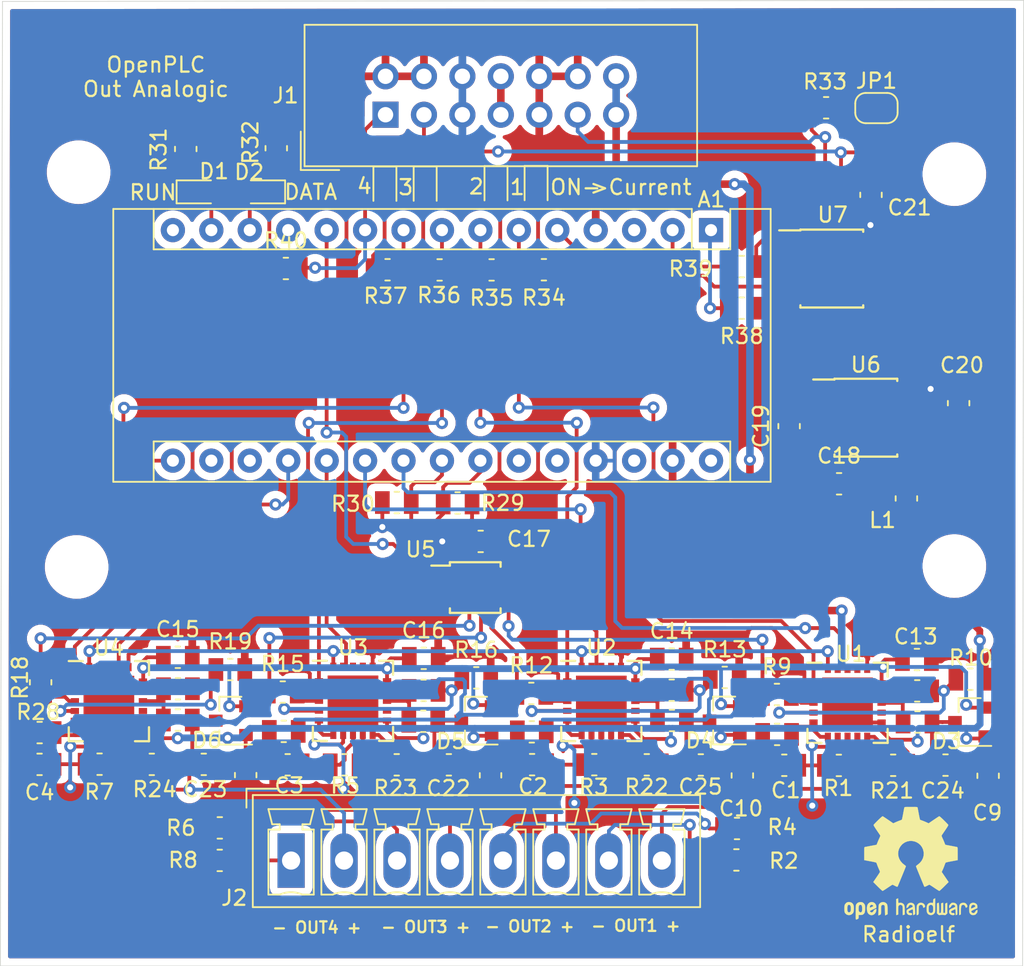
<source format=kicad_pcb>
(kicad_pcb (version 20190905) (host pcbnew "5.99.0-unknown-c3175b4~86~ubuntu16.04.1")
  (layers (0 "F.Cu" signal) (31 "B.Cu" signal) (34 "B.Paste" user) (35 "F.Paste" user) (36 "B.SilkS" user) (37 "F.SilkS" user) (38 "B.Mask" user) (39 "F.Mask" user) (44 "Edge.Cuts" user))
  (net 0 "")
  (net 1 "/~OD")
  (net 2 "Net-(A1-Pad14)")
  (net 3 "GND")
  (net 4 "Net-(A1-Pad13)")
  (net 5 "+5V")
  (net 6 "/Run")
  (net 7 "/M2_A")
  (net 8 "Net-(A1-Pad24)")
  (net 9 "/M2_B")
  (net 10 "Net-(A1-Pad23)")
  (net 11 "/M2_C")
  (net 12 "/EF_A")
  (net 13 "/M2_D")
  (net 14 "/EF_B")
  (net 15 "Net-(A1-Pad5)")
  (net 16 "/EF_C")
  (net 17 "/EF_D")
  (net 18 "Net-(A1-Pad2)")
  (net 19 "Net-(A1-Pad1)")
  (net 20 "Net-(C1-Pad1)")
  (net 21 "Net-(C2-Pad1)")
  (net 22 "Net-(C3-Pad1)")
  (net 23 "Net-(C4-Pad1)")
  (net 24 "Net-(C5-Pad2)")
  (net 25 "Net-(C5-Pad1)")
  (net 26 "Net-(C6-Pad2)")
  (net 27 "Net-(C6-Pad1)")
  (net 28 "Net-(C7-Pad2)")
  (net 29 "Net-(C7-Pad1)")
  (net 30 "Net-(C8-Pad2)")
  (net 31 "Net-(C8-Pad1)")
  (net 32 "/-5V")
  (net 33 "+24V")
  (net 34 "Net-(C18-Pad2)")
  (net 35 "Net-(C19-Pad1)")
  (net 36 "Net-(C19-Pad2)")
  (net 37 "Net-(C20-Pad1)")
  (net 38 "Net-(C22-Pad1)")
  (net 39 "Net-(C23-Pad1)")
  (net 40 "Net-(C24-Pad1)")
  (net 41 "Net-(C25-Pad1)")
  (net 42 "Net-(D1-Pad1)")
  (net 43 "Net-(D2-Pad1)")
  (net 44 "/A-RS485")
  (net 45 "+3V3")
  (net 46 "/B-RS485")
  (net 47 "Net-(JP1-Pad1)")
  (net 48 "Net-(R9-Pad2)")
  (net 49 "/Vint_A")
  (net 50 "Net-(R12-Pad2)")
  (net 51 "/Vint_B")
  (net 52 "Net-(R15-Pad2)")
  (net 53 "/Vint_C")
  (net 54 "Net-(R18-Pad2)")
  (net 55 "Net-(R21-Pad2)")
  (net 56 "Net-(R21-Pad1)")
  (net 57 "Net-(R22-Pad2)")
  (net 58 "Net-(R22-Pad1)")
  (net 59 "Net-(R23-Pad2)")
  (net 60 "Net-(R23-Pad1)")
  (net 61 "Net-(R24-Pad2)")
  (net 62 "Net-(R24-Pad1)")
  (net 63 "Net-(R25-Pad2)")
  (net 64 "Net-(R26-Pad2)")
  (net 65 "Net-(R27-Pad2)")
  (net 66 "Net-(R28-Pad2)")
  (net 67 "/Vint_D")
  (net 68 "/GND_A")
  (net 69 "/GND_B")
  (net 70 "/GND_C")
  (net 71 "/GND_D")
  (net 72 "Net-(D7-Pad2)")
  (net 73 "Net-(D8-Pad2)")
  (net 74 "Net-(D9-Pad2)")
  (net 75 "Net-(D10-Pad2)")
  (net 76 "Net-(R38-Pad1)")
  (net 77 "/~LDAC")
  (net 78 "Net-(R39-Pad1)")
  (module "Resistor_SMD:R_0805_2012Metric" (layer "F.Cu") (at 137.495 78.475)
    (fp_text reference "R40" (at 0 -1.85) (layer "F.SilkS"))
    (fp_text value "10K")
    (pad "2" smd rect (at 0.955 0) (size 0.97 1.5) (layers "F.Cu" "F.Paste" "F.Mask") (net 6 "/Run"))
    (pad "1" smd rect (at -0.955 0) (size 0.97 1.5) (layers "F.Cu" "F.Paste" "F.Mask") (net 3 "GND"))
  )
  (module "Capacitor_SMD:C_0805_2012Metric" (layer "F.Cu") (at 170.749 88.9 90)
    (fp_text reference "C19" (at 0 -1.85 90) (layer "F.SilkS"))
    (fp_text value "10uF")
    (pad "2" smd rect (at 0.955 0 90) (size 0.97 1.5) (layers "F.Cu" "F.Paste" "F.Mask") (net 36 "Net-(C19-Pad2)"))
    (pad "1" smd rect (at -0.955 0 90) (size 0.97 1.5) (layers "F.Cu" "F.Paste" "F.Mask") (net 35 "Net-(C19-Pad1)"))
  )
  (module "Capacitor_SMD:C_0805_2012Metric" (layer "F.Cu") (at 174.051 92.71)
    (fp_text reference "C18" (at 0 -1.85) (layer "F.SilkS"))
    (fp_text value "10uF")
    (pad "2" smd rect (at 0.955 0) (size 0.97 1.5) (layers "F.Cu" "F.Paste" "F.Mask") (net 34 "Net-(C18-Pad2)"))
    (pad "1" smd rect (at -0.955 0) (size 0.97 1.5) (layers "F.Cu" "F.Paste" "F.Mask") (net 3 "GND"))
  )
  (module "Package_SO:SOIC-8_3.9x4.9mm_P1.27mm" (layer "F.Cu") (at 175.82 88.34)
    (fp_text reference "U6" (at 0 -3.5) (layer "F.SilkS"))
    (fp_text value "TC7660")
    (pad "8" smd rect (at 2.7 -1.905) (size 1.55 0.6) (layers "F.Cu" "F.Paste" "F.Mask") (net 5 "+5V"))
    (pad "7" smd rect (at 2.7 -0.635) (size 1.55 0.6) (layers "F.Cu" "F.Paste" "F.Mask") (net 37 "Net-(C20-Pad1)"))
    (pad "6" smd rect (at 2.7 0.635) (size 1.55 0.6) (layers "F.Cu" "F.Paste" "F.Mask"))
    (pad "5" smd rect (at 2.7 1.905) (size 1.55 0.6) (layers "F.Cu" "F.Paste" "F.Mask") (net 34 "Net-(C18-Pad2)"))
    (pad "4" smd rect (at -2.7 1.905) (size 1.55 0.6) (layers "F.Cu" "F.Paste" "F.Mask") (net 35 "Net-(C19-Pad1)"))
    (pad "3" smd rect (at -2.7 0.635) (size 1.55 0.6) (layers "F.Cu" "F.Paste" "F.Mask") (net 3 "GND"))
    (pad "2" smd rect (at -2.7 -0.635) (size 1.55 0.6) (layers "F.Cu" "F.Paste" "F.Mask") (net 36 "Net-(C19-Pad2)"))
    (pad "1" smd rect (at -2.7 -1.905) (size 1.55 0.6) (layers "F.Cu" "F.Paste" "F.Mask"))
  )
  (module "Resistor_SMD:R_0805_2012Metric" (layer "F.Cu") (at 167.62 78.35 180)
    (fp_text reference "R39" (at 3.38 -0.15) (layer "F.SilkS"))
    (fp_text value "100R")
    (pad "2" smd rect (at 0.955 0 180) (size 0.97 1.5) (layers "F.Cu" "F.Paste" "F.Mask") (net 18 "Net-(A1-Pad2)"))
    (pad "1" smd rect (at -0.955 0 180) (size 0.97 1.5) (layers "F.Cu" "F.Paste" "F.Mask") (net 78 "Net-(R39-Pad1)"))
  )
  (module "Resistor_SMD:R_0805_2012Metric" (layer "F.Cu") (at 167.62 81.1 180)
    (fp_text reference "R38" (at 0 -1.85) (layer "F.SilkS"))
    (fp_text value "100R")
    (pad "2" smd rect (at 0.955 0 180) (size 0.97 1.5) (layers "F.Cu" "F.Paste" "F.Mask") (net 19 "Net-(A1-Pad1)"))
    (pad "1" smd rect (at -0.955 0 180) (size 0.97 1.5) (layers "F.Cu" "F.Paste" "F.Mask") (net 76 "Net-(R38-Pad1)"))
  )
  (module "Package_SO:PowerIntegrations_SO-8" (layer "F.Cu") (at 173.57 78.48)
    (fp_text reference "U7" (at 0.055 -3.555) (layer "F.SilkS"))
    (fp_text value "MAX485E")
    (pad "8" smd rect (at 2.725 -1.905) (size 2 0.6) (layers "F.Cu" "F.Paste" "F.Mask") (net 5 "+5V"))
    (pad "7" smd rect (at 2.725 -0.635) (size 2 0.6) (layers "F.Cu" "F.Paste" "F.Mask") (net 46 "/B-RS485"))
    (pad "6" smd rect (at 2.725 0.635) (size 2 0.6) (layers "F.Cu" "F.Paste" "F.Mask") (net 44 "/A-RS485"))
    (pad "5" smd rect (at 2.725 1.905) (size 2 0.6) (layers "F.Cu" "F.Paste" "F.Mask") (net 3 "GND"))
    (pad "4" smd rect (at -2.725 1.905) (size 2 0.6) (layers "F.Cu" "F.Paste" "F.Mask") (net 76 "Net-(R38-Pad1)"))
    (pad "3" smd rect (at -2.725 0.635) (size 2 0.6) (layers "F.Cu" "F.Paste" "F.Mask") (net 15 "Net-(A1-Pad5)"))
    (pad "2" smd rect (at -2.725 -0.635) (size 2 0.6) (layers "F.Cu" "F.Paste" "F.Mask") (net 15 "Net-(A1-Pad5)"))
    (pad "1" smd rect (at -2.725 -1.905) (size 2 0.6) (layers "F.Cu" "F.Paste" "F.Mask") (net 78 "Net-(R39-Pad1)"))
  )
  (module "LED_SMD:LED_0603_1608Metric" (layer "F.Cu") (at 144.04 73.205 -90)
    (fp_text reference "D10")
    (fp_text value "mA/V_D")
    (pad "2" smd rect (at 0.875 0 270) (size 0.67 1) (layers "F.Cu" "F.Paste" "F.Mask") (net 75 "Net-(D10-Pad2)"))
    (pad "1" smd rect (at -0.875 0 270) (size 0.67 1) (layers "F.Cu" "F.Paste" "F.Mask") (net 3 "GND"))
  )
  (module "LED_SMD:LED_0603_1608Metric" (layer "F.Cu") (at 146.7 73.2 -90)
    (fp_text reference "D9")
    (fp_text value "mA/V_C")
    (pad "2" smd rect (at 0.875 0 270) (size 0.67 1) (layers "F.Cu" "F.Paste" "F.Mask") (net 74 "Net-(D9-Pad2)"))
    (pad "1" smd rect (at -0.875 0 270) (size 0.67 1) (layers "F.Cu" "F.Paste" "F.Mask") (net 3 "GND"))
  )
  (module "LED_SMD:LED_0603_1608Metric" (layer "F.Cu") (at 151.38 73.175 -90)
    (fp_text reference "D8")
    (fp_text value "mA/V_B")
    (pad "2" smd rect (at 0.875 0 270) (size 0.67 1) (layers "F.Cu" "F.Paste" "F.Mask") (net 73 "Net-(D8-Pad2)"))
    (pad "1" smd rect (at -0.875 0 270) (size 0.67 1) (layers "F.Cu" "F.Paste" "F.Mask") (net 3 "GND"))
  )
  (module "LED_SMD:LED_0603_1608Metric" (layer "F.Cu") (at 154.03 73.165 -90)
    (fp_text reference "D7")
    (fp_text value "mA/V_A")
    (pad "2" smd rect (at 0.875 0 270) (size 0.67 1) (layers "F.Cu" "F.Paste" "F.Mask") (net 72 "Net-(D7-Pad2)"))
    (pad "1" smd rect (at -0.875 0 270) (size 0.67 1) (layers "F.Cu" "F.Paste" "F.Mask") (net 3 "GND"))
  )
  (module "Package_TO_SOT_SMD:SOT-23" (layer "F.Cu") (at 133.86 108.37 180)
    (fp_text reference "D6" (at 1.58 -1.29) (layer "F.SilkS"))
    (fp_text value "BAT54S")
    (pad "3" smd rect (at 1 0 180) (size 0.9 0.8) (layers "F.Cu" "F.Paste" "F.Mask") (net 39 "Net-(C23-Pad1)"))
    (pad "2" smd rect (at -1 0.95 180) (size 0.9 0.8) (layers "F.Cu" "F.Paste" "F.Mask") (net 33 "+24V"))
    (pad "1" smd rect (at -1 -0.95 180) (size 0.9 0.8) (layers "F.Cu" "F.Paste" "F.Mask") (net 32 "/-5V"))
  )
  (module "Package_TO_SOT_SMD:SOT-23" (layer "F.Cu") (at 150.09 108.37 180)
    (fp_text reference "D5" (at 1.69 -1.36) (layer "F.SilkS"))
    (fp_text value "BAT54S")
    (pad "3" smd rect (at 1 0 180) (size 0.9 0.8) (layers "F.Cu" "F.Paste" "F.Mask") (net 38 "Net-(C22-Pad1)"))
    (pad "2" smd rect (at -1 0.95 180) (size 0.9 0.8) (layers "F.Cu" "F.Paste" "F.Mask") (net 33 "+24V"))
    (pad "1" smd rect (at -1 -0.95 180) (size 0.9 0.8) (layers "F.Cu" "F.Paste" "F.Mask") (net 32 "/-5V"))
  )
  (module "Package_TO_SOT_SMD:SOT-23" (layer "F.Cu") (at 166.49 108.36 180)
    (fp_text reference "D4" (at 1.61 -1.32) (layer "F.SilkS"))
    (fp_text value "BAT54S")
    (pad "3" smd rect (at 1 0 180) (size 0.9 0.8) (layers "F.Cu" "F.Paste" "F.Mask") (net 41 "Net-(C25-Pad1)"))
    (pad "2" smd rect (at -1 0.95 180) (size 0.9 0.8) (layers "F.Cu" "F.Paste" "F.Mask") (net 33 "+24V"))
    (pad "1" smd rect (at -1 -0.95 180) (size 0.9 0.8) (layers "F.Cu" "F.Paste" "F.Mask") (net 32 "/-5V"))
  )
  (module "Package_TO_SOT_SMD:SOT-23" (layer "F.Cu") (at 182.71 108.46 180)
    (fp_text reference "D3" (at 1.55 -1.27) (layer "F.SilkS"))
    (fp_text value "BAT54S")
    (pad "3" smd rect (at 1 0 180) (size 0.9 0.8) (layers "F.Cu" "F.Paste" "F.Mask") (net 40 "Net-(C24-Pad1)"))
    (pad "2" smd rect (at -1 0.95 180) (size 0.9 0.8) (layers "F.Cu" "F.Paste" "F.Mask") (net 33 "+24V"))
    (pad "1" smd rect (at -1 -0.95 180) (size 0.9 0.8) (layers "F.Cu" "F.Paste" "F.Mask") (net 32 "/-5V"))
  )
  (module "Resistor_SMD:R_0805_2012Metric" (layer "F.Cu") (at 144.215 78.56)
    (fp_text reference "R37" (at -0.135 1.73) (layer "F.SilkS"))
    (fp_text value "1K")
    (pad "2" smd rect (at 0.955 0) (size 0.97 1.5) (layers "F.Cu" "F.Paste" "F.Mask") (net 13 "/M2_D"))
    (pad "1" smd rect (at -0.955 0) (size 0.97 1.5) (layers "F.Cu" "F.Paste" "F.Mask") (net 75 "Net-(D10-Pad2)"))
  )
  (module "Resistor_SMD:R_0805_2012Metric" (layer "F.Cu") (at 147.655 78.57)
    (fp_text reference "R36" (at -0.035 1.67) (layer "F.SilkS"))
    (fp_text value "1K")
    (pad "2" smd rect (at 0.955 0) (size 0.97 1.5) (layers "F.Cu" "F.Paste" "F.Mask") (net 11 "/M2_C"))
    (pad "1" smd rect (at -0.955 0) (size 0.97 1.5) (layers "F.Cu" "F.Paste" "F.Mask") (net 74 "Net-(D9-Pad2)"))
  )
  (module "Resistor_SMD:R_0805_2012Metric" (layer "F.Cu") (at 151.09 78.57 180)
    (fp_text reference "R35" (at 0 -1.85) (layer "F.SilkS"))
    (fp_text value "1K")
    (pad "2" smd rect (at 0.955 0 180) (size 0.97 1.5) (layers "F.Cu" "F.Paste" "F.Mask") (net 9 "/M2_B"))
    (pad "1" smd rect (at -0.955 0 180) (size 0.97 1.5) (layers "F.Cu" "F.Paste" "F.Mask") (net 73 "Net-(D8-Pad2)"))
  )
  (module "Resistor_SMD:R_0805_2012Metric" (layer "F.Cu") (at 154.545 78.56 180)
    (fp_text reference "R34" (at 0 -1.85) (layer "F.SilkS"))
    (fp_text value "1K")
    (pad "2" smd rect (at 0.955 0 180) (size 0.97 1.5) (layers "F.Cu" "F.Paste" "F.Mask") (net 7 "/M2_A"))
    (pad "1" smd rect (at -0.955 0 180) (size 0.97 1.5) (layers "F.Cu" "F.Paste" "F.Mask") (net 72 "Net-(D7-Pad2)"))
  )
  (module "MountingHole:MountingHole_3.2mm_M3" (layer "F.Cu") (at 181.67 98.15)
    (fp_text reference "REF**" hide)
    (fp_text value "Hole_3.2mm_M3" hide)
    (pad "1" np_thru_hole circle (at 0 0) (size 3.2 3.2) (drill 3.2) (layers *.Cu *.Mask))
  )
  (module "MountingHole:MountingHole_3.2mm_M3" (layer "F.Cu") (at 181.67 72.24)
    (fp_text reference "REF**" hide)
    (fp_text value "Hole_3.2mm_M3" hide)
    (pad "1" np_thru_hole circle (at 0 0) (size 3.2 3.2) (drill 3.2) (layers *.Cu *.Mask))
  )
  (module "MountingHole:MountingHole_3.2mm_M3" (layer "F.Cu") (at 123.67 98.21)
    (fp_text reference "REF**" hide)
    (fp_text value "Hole_3.2mm_M3" hide)
    (pad "1" np_thru_hole circle (at 0 0) (size 3.2 3.2) (drill 3.2) (layers *.Cu *.Mask))
  )
  (module "MountingHole:MountingHole_3.2mm_M3" (layer "F.Cu") (at 123.8 72.11)
    (fp_text reference "REF**" hide)
    (fp_text value "Hole_3.2mm_M3" hide)
    (pad "1" np_thru_hole circle (at 0 0) (size 3.2 3.2) (drill 3.2) (layers *.Cu *.Mask))
  )
  (module "Inductor_SMD:L_0805_2012Metric" (layer "F.Cu") (at 178.5 93.68 -90)
    (fp_text reference "L1" (at 1.435 1.58 180) (layer "F.SilkS"))
    (fp_text value "MMZ2012Y152B")
    (pad "2" smd rect (at 0.955 0 270) (size 0.97 1.5) (layers "F.Cu" "F.Paste" "F.Mask") (net 32 "/-5V"))
    (pad "1" smd rect (at -0.955 0 270) (size 0.97 1.5) (layers "F.Cu" "F.Paste" "F.Mask") (net 34 "Net-(C18-Pad2)"))
  )
  (module "Capacitor_SMD:C_0805_2012Metric" (layer "F.Cu") (at 179.215 106.4 180)
    (fp_text reference "C5")
    (fp_text value "47nF")
    (pad "2" smd rect (at 0.955 0 180) (size 0.97 1.5) (layers "F.Cu" "F.Paste" "F.Mask") (net 24 "Net-(C5-Pad2)"))
    (pad "1" smd rect (at -0.955 0 180) (size 0.97 1.5) (layers "F.Cu" "F.Paste" "F.Mask") (net 25 "Net-(C5-Pad1)"))
  )
  (module "Package_SO:MSOP-10_3x3mm_P0.5mm" (layer "F.Cu") (at 150.01 99.57)
    (fp_text reference "U5" (at -3.61 -2.52) (layer "F.SilkS"))
    (fp_text value "MCP4728")
    (pad "10" smd rect (at 2.2 -1) (size 1.4 0.3) (layers "F.Cu" "F.Paste" "F.Mask") (net 3 "GND"))
    (pad "9" smd rect (at 2.2 -0.5) (size 1.4 0.3) (layers "F.Cu" "F.Paste" "F.Mask") (net 67 "/Vint_D"))
    (pad "8" smd rect (at 2.2 0) (size 1.4 0.3) (layers "F.Cu" "F.Paste" "F.Mask") (net 53 "/Vint_C"))
    (pad "7" smd rect (at 2.2 0.5) (size 1.4 0.3) (layers "F.Cu" "F.Paste" "F.Mask") (net 51 "/Vint_B"))
    (pad "6" smd rect (at 2.2 1) (size 1.4 0.3) (layers "F.Cu" "F.Paste" "F.Mask") (net 49 "/Vint_A"))
    (pad "5" smd rect (at -2.2 1) (size 1.4 0.3) (layers "F.Cu" "F.Paste" "F.Mask"))
    (pad "4" smd rect (at -2.2 0.5) (size 1.4 0.3) (layers "F.Cu" "F.Paste" "F.Mask") (net 77 "/~LDAC"))
    (pad "3" smd rect (at -2.2 0) (size 1.4 0.3) (layers "F.Cu" "F.Paste" "F.Mask") (net 10 "Net-(A1-Pad23)"))
    (pad "2" smd rect (at -2.2 -0.5) (size 1.4 0.3) (layers "F.Cu" "F.Paste" "F.Mask") (net 8 "Net-(A1-Pad24)"))
    (pad "1" smd rect (at -2.2 -1) (size 1.4 0.3) (layers "F.Cu" "F.Paste" "F.Mask") (net 5 "+5V"))
  )
  (module "Package_DFN_QFN:QFN-20-1EP_5x5mm_P0.65mm_EP3.35x3.35mm" (layer "F.Cu") (at 125.8 107.08)
    (fp_text reference "U4" (at 0 -3.525) (layer "F.SilkS"))
    (fp_text value "XTR300")
    (pad "21" smd rect (at 0 0) (size 3.35 3.35) (layers "F.Cu" "F.Mask") (net 32 "/-5V"))
    (pad "20" smd rect (at -1.3 -2.25 90) (size 0.55 0.4) (layers "F.Cu" "F.Paste" "F.Mask") (net 1 "/~OD"))
    (pad "19" smd rect (at -0.65 -2.25 90) (size 0.55 0.4) (layers "F.Cu" "F.Paste" "F.Mask") (net 17 "/EF_D"))
    (pad "18" smd rect (at 0 -2.25 90) (size 0.55 0.4) (layers "F.Cu" "F.Paste" "F.Mask") (net 17 "/EF_D"))
    (pad "17" smd rect (at 0.65 -2.25 90) (size 0.55 0.4) (layers "F.Cu" "F.Paste" "F.Mask") (net 17 "/EF_D"))
    (pad "16" smd rect (at 1.3 -2.25 90) (size 0.55 0.4) (layers "F.Cu" "F.Paste" "F.Mask") (net 3 "GND"))
    (pad "15" smd rect (at 2.25 -1.3) (size 0.55 0.4) (layers "F.Cu" "F.Paste" "F.Mask") (net 33 "+24V"))
    (pad "14" smd rect (at 2.25 -0.65) (size 0.55 0.4) (layers "F.Cu" "F.Paste" "F.Mask"))
    (pad "13" smd rect (at 2.25 0) (size 0.55 0.4) (layers "F.Cu" "F.Paste" "F.Mask") (net 30 "Net-(C8-Pad2)"))
    (pad "12" smd rect (at 2.25 0.65) (size 0.55 0.4) (layers "F.Cu" "F.Paste" "F.Mask"))
    (pad "11" smd rect (at 2.25 1.3) (size 0.55 0.4) (layers "F.Cu" "F.Paste" "F.Mask") (net 32 "/-5V"))
    (pad "10" smd rect (at 1.3 2.25 90) (size 0.55 0.4) (layers "F.Cu" "F.Paste" "F.Mask") (net 61 "Net-(R24-Pad2)"))
    (pad "9" smd rect (at 0.65 2.25 90) (size 0.55 0.4) (layers "F.Cu" "F.Paste" "F.Mask") (net 62 "Net-(R24-Pad1)"))
    (pad "8" smd rect (at 0 2.25 90) (size 0.55 0.4) (layers "F.Cu" "F.Paste" "F.Mask") (net 23 "Net-(C4-Pad1)"))
    (pad "7" smd rect (at -0.65 2.25 90) (size 0.55 0.4) (layers "F.Cu" "F.Paste" "F.Mask") (net 3 "GND"))
    (pad "6" smd rect (at -1.3 2.25 90) (size 0.55 0.4) (layers "F.Cu" "F.Paste" "F.Mask") (net 66 "Net-(R28-Pad2)"))
    (pad "5" smd rect (at -2.25 1.3) (size 0.55 0.4) (layers "F.Cu" "F.Paste" "F.Mask") (net 66 "Net-(R28-Pad2)"))
    (pad "4" smd rect (at -2.25 0.65) (size 0.55 0.4) (layers "F.Cu" "F.Paste" "F.Mask") (net 31 "Net-(C8-Pad1)"))
    (pad "3" smd rect (at -2.25 0) (size 0.55 0.4) (layers "F.Cu" "F.Paste" "F.Mask") (net 54 "Net-(R18-Pad2)"))
    (pad "2" smd rect (at -2.25 -0.65) (size 0.55 0.4) (layers "F.Cu" "F.Paste" "F.Mask") (net 3 "GND"))
    (pad "1" smd rect (at -2.25 -1.3) (size 0.55 0.4) (layers "F.Cu" "F.Paste" "F.Mask") (net 13 "/M2_D"))
  )
  (module "Package_DFN_QFN:QFN-20-1EP_5x5mm_P0.65mm_EP3.35x3.35mm" (layer "F.Cu") (at 141.93 107.06)
    (fp_text reference "U3" (at 0 -3.525) (layer "F.SilkS"))
    (fp_text value "XTR300")
    (pad "21" smd rect (at 0 0) (size 3.35 3.35) (layers "F.Cu" "F.Mask") (net 32 "/-5V"))
    (pad "20" smd rect (at -1.3 -2.25 90) (size 0.55 0.4) (layers "F.Cu" "F.Paste" "F.Mask") (net 1 "/~OD"))
    (pad "19" smd rect (at -0.65 -2.25 90) (size 0.55 0.4) (layers "F.Cu" "F.Paste" "F.Mask") (net 16 "/EF_C"))
    (pad "18" smd rect (at 0 -2.25 90) (size 0.55 0.4) (layers "F.Cu" "F.Paste" "F.Mask") (net 16 "/EF_C"))
    (pad "17" smd rect (at 0.65 -2.25 90) (size 0.55 0.4) (layers "F.Cu" "F.Paste" "F.Mask") (net 16 "/EF_C"))
    (pad "16" smd rect (at 1.3 -2.25 90) (size 0.55 0.4) (layers "F.Cu" "F.Paste" "F.Mask") (net 3 "GND"))
    (pad "15" smd rect (at 2.25 -1.3) (size 0.55 0.4) (layers "F.Cu" "F.Paste" "F.Mask") (net 33 "+24V"))
    (pad "14" smd rect (at 2.25 -0.65) (size 0.55 0.4) (layers "F.Cu" "F.Paste" "F.Mask"))
    (pad "13" smd rect (at 2.25 0) (size 0.55 0.4) (layers "F.Cu" "F.Paste" "F.Mask") (net 28 "Net-(C7-Pad2)"))
    (pad "12" smd rect (at 2.25 0.65) (size 0.55 0.4) (layers "F.Cu" "F.Paste" "F.Mask"))
    (pad "11" smd rect (at 2.25 1.3) (size 0.55 0.4) (layers "F.Cu" "F.Paste" "F.Mask") (net 32 "/-5V"))
    (pad "10" smd rect (at 1.3 2.25 90) (size 0.55 0.4) (layers "F.Cu" "F.Paste" "F.Mask") (net 59 "Net-(R23-Pad2)"))
    (pad "9" smd rect (at 0.65 2.25 90) (size 0.55 0.4) (layers "F.Cu" "F.Paste" "F.Mask") (net 60 "Net-(R23-Pad1)"))
    (pad "8" smd rect (at 0 2.25 90) (size 0.55 0.4) (layers "F.Cu" "F.Paste" "F.Mask") (net 22 "Net-(C3-Pad1)"))
    (pad "7" smd rect (at -0.65 2.25 90) (size 0.55 0.4) (layers "F.Cu" "F.Paste" "F.Mask") (net 3 "GND"))
    (pad "6" smd rect (at -1.3 2.25 90) (size 0.55 0.4) (layers "F.Cu" "F.Paste" "F.Mask") (net 65 "Net-(R27-Pad2)"))
    (pad "5" smd rect (at -2.25 1.3) (size 0.55 0.4) (layers "F.Cu" "F.Paste" "F.Mask") (net 65 "Net-(R27-Pad2)"))
    (pad "4" smd rect (at -2.25 0.65) (size 0.55 0.4) (layers "F.Cu" "F.Paste" "F.Mask") (net 29 "Net-(C7-Pad1)"))
    (pad "3" smd rect (at -2.25 0) (size 0.55 0.4) (layers "F.Cu" "F.Paste" "F.Mask") (net 52 "Net-(R15-Pad2)"))
    (pad "2" smd rect (at -2.25 -0.65) (size 0.55 0.4) (layers "F.Cu" "F.Paste" "F.Mask") (net 3 "GND"))
    (pad "1" smd rect (at -2.25 -1.3) (size 0.55 0.4) (layers "F.Cu" "F.Paste" "F.Mask") (net 11 "/M2_C"))
  )
  (module "Package_DFN_QFN:QFN-20-1EP_5x5mm_P0.65mm_EP3.35x3.35mm" (layer "F.Cu") (at 158.34 107.07)
    (fp_text reference "U2" (at 0 -3.525) (layer "F.SilkS"))
    (fp_text value "XTR300")
    (pad "21" smd rect (at 0 0) (size 3.35 3.35) (layers "F.Cu" "F.Mask") (net 32 "/-5V"))
    (pad "20" smd rect (at -1.3 -2.25 90) (size 0.55 0.4) (layers "F.Cu" "F.Paste" "F.Mask") (net 1 "/~OD"))
    (pad "19" smd rect (at -0.65 -2.25 90) (size 0.55 0.4) (layers "F.Cu" "F.Paste" "F.Mask") (net 14 "/EF_B"))
    (pad "18" smd rect (at 0 -2.25 90) (size 0.55 0.4) (layers "F.Cu" "F.Paste" "F.Mask") (net 14 "/EF_B"))
    (pad "17" smd rect (at 0.65 -2.25 90) (size 0.55 0.4) (layers "F.Cu" "F.Paste" "F.Mask") (net 14 "/EF_B"))
    (pad "16" smd rect (at 1.3 -2.25 90) (size 0.55 0.4) (layers "F.Cu" "F.Paste" "F.Mask") (net 3 "GND"))
    (pad "15" smd rect (at 2.25 -1.3) (size 0.55 0.4) (layers "F.Cu" "F.Paste" "F.Mask") (net 33 "+24V"))
    (pad "14" smd rect (at 2.25 -0.65) (size 0.55 0.4) (layers "F.Cu" "F.Paste" "F.Mask"))
    (pad "13" smd rect (at 2.25 0) (size 0.55 0.4) (layers "F.Cu" "F.Paste" "F.Mask") (net 26 "Net-(C6-Pad2)"))
    (pad "12" smd rect (at 2.25 0.65) (size 0.55 0.4) (layers "F.Cu" "F.Paste" "F.Mask"))
    (pad "11" smd rect (at 2.25 1.3) (size 0.55 0.4) (layers "F.Cu" "F.Paste" "F.Mask") (net 32 "/-5V"))
    (pad "10" smd rect (at 1.3 2.25 90) (size 0.55 0.4) (layers "F.Cu" "F.Paste" "F.Mask") (net 57 "Net-(R22-Pad2)"))
    (pad "9" smd rect (at 0.65 2.25 90) (size 0.55 0.4) (layers "F.Cu" "F.Paste" "F.Mask") (net 58 "Net-(R22-Pad1)"))
    (pad "8" smd rect (at 0 2.25 90) (size 0.55 0.4) (layers "F.Cu" "F.Paste" "F.Mask") (net 21 "Net-(C2-Pad1)"))
    (pad "7" smd rect (at -0.65 2.25 90) (size 0.55 0.4) (layers "F.Cu" "F.Paste" "F.Mask") (net 3 "GND"))
    (pad "6" smd rect (at -1.3 2.25 90) (size 0.55 0.4) (layers "F.Cu" "F.Paste" "F.Mask") (net 64 "Net-(R26-Pad2)"))
    (pad "5" smd rect (at -2.25 1.3) (size 0.55 0.4) (layers "F.Cu" "F.Paste" "F.Mask") (net 64 "Net-(R26-Pad2)"))
    (pad "4" smd rect (at -2.25 0.65) (size 0.55 0.4) (layers "F.Cu" "F.Paste" "F.Mask") (net 27 "Net-(C6-Pad1)"))
    (pad "3" smd rect (at -2.25 0) (size 0.55 0.4) (layers "F.Cu" "F.Paste" "F.Mask") (net 50 "Net-(R12-Pad2)"))
    (pad "2" smd rect (at -2.25 -0.65) (size 0.55 0.4) (layers "F.Cu" "F.Paste" "F.Mask") (net 3 "GND"))
    (pad "1" smd rect (at -2.25 -1.3) (size 0.55 0.4) (layers "F.Cu" "F.Paste" "F.Mask") (net 9 "/M2_B"))
  )
  (module "Package_DFN_QFN:QFN-20-1EP_5x5mm_P0.65mm_EP3.35x3.35mm" (layer "F.Cu") (at 174.61 107.19)
    (fp_text reference "U1" (at 0.23 -3.23) (layer "F.SilkS"))
    (fp_text value "XTR300")
    (pad "21" smd rect (at 0 0) (size 3.35 3.35) (layers "F.Cu" "F.Mask") (net 32 "/-5V"))
    (pad "20" smd rect (at -1.3 -2.25 90) (size 0.55 0.4) (layers "F.Cu" "F.Paste" "F.Mask") (net 1 "/~OD"))
    (pad "19" smd rect (at -0.65 -2.25 90) (size 0.55 0.4) (layers "F.Cu" "F.Paste" "F.Mask") (net 12 "/EF_A"))
    (pad "18" smd rect (at 0 -2.25 90) (size 0.55 0.4) (layers "F.Cu" "F.Paste" "F.Mask") (net 12 "/EF_A"))
    (pad "17" smd rect (at 0.65 -2.25 90) (size 0.55 0.4) (layers "F.Cu" "F.Paste" "F.Mask") (net 12 "/EF_A"))
    (pad "16" smd rect (at 1.3 -2.25 90) (size 0.55 0.4) (layers "F.Cu" "F.Paste" "F.Mask") (net 3 "GND"))
    (pad "15" smd rect (at 2.25 -1.3) (size 0.55 0.4) (layers "F.Cu" "F.Paste" "F.Mask") (net 33 "+24V"))
    (pad "14" smd rect (at 2.25 -0.65) (size 0.55 0.4) (layers "F.Cu" "F.Paste" "F.Mask"))
    (pad "13" smd rect (at 2.25 0) (size 0.55 0.4) (layers "F.Cu" "F.Paste" "F.Mask") (net 24 "Net-(C5-Pad2)"))
    (pad "12" smd rect (at 2.25 0.65) (size 0.55 0.4) (layers "F.Cu" "F.Paste" "F.Mask"))
    (pad "11" smd rect (at 2.25 1.3) (size 0.55 0.4) (layers "F.Cu" "F.Paste" "F.Mask") (net 32 "/-5V"))
    (pad "10" smd rect (at 1.3 2.25 90) (size 0.55 0.4) (layers "F.Cu" "F.Paste" "F.Mask") (net 55 "Net-(R21-Pad2)"))
    (pad "9" smd rect (at 0.65 2.25 90) (size 0.55 0.4) (layers "F.Cu" "F.Paste" "F.Mask") (net 56 "Net-(R21-Pad1)"))
    (pad "8" smd rect (at 0 2.25 90) (size 0.55 0.4) (layers "F.Cu" "F.Paste" "F.Mask") (net 20 "Net-(C1-Pad1)"))
    (pad "7" smd rect (at -0.65 2.25 90) (size 0.55 0.4) (layers "F.Cu" "F.Paste" "F.Mask") (net 3 "GND"))
    (pad "6" smd rect (at -1.3 2.25 90) (size 0.55 0.4) (layers "F.Cu" "F.Paste" "F.Mask") (net 63 "Net-(R25-Pad2)"))
    (pad "5" smd rect (at -2.25 1.3) (size 0.55 0.4) (layers "F.Cu" "F.Paste" "F.Mask") (net 63 "Net-(R25-Pad2)"))
    (pad "4" smd rect (at -2.25 0.65) (size 0.55 0.4) (layers "F.Cu" "F.Paste" "F.Mask") (net 25 "Net-(C5-Pad1)"))
    (pad "3" smd rect (at -2.25 0) (size 0.55 0.4) (layers "F.Cu" "F.Paste" "F.Mask") (net 48 "Net-(R9-Pad2)"))
    (pad "2" smd rect (at -2.25 -0.65) (size 0.55 0.4) (layers "F.Cu" "F.Paste" "F.Mask") (net 3 "GND"))
    (pad "1" smd rect (at -2.25 -1.3) (size 0.55 0.4) (layers "F.Cu" "F.Paste" "F.Mask") (net 7 "/M2_A"))
  )
  (module "Resistor_SMD:R_0805_2012Metric" (layer "F.Cu") (at 173.195 67.85 180)
    (fp_text reference "R33" (at 0.07 1.725) (layer "F.SilkS"))
    (fp_text value "120R")
    (pad "2" smd rect (at 0.955 0 180) (size 0.97 1.5) (layers "F.Cu" "F.Paste" "F.Mask") (net 44 "/A-RS485"))
    (pad "1" smd rect (at -0.955 0 180) (size 0.97 1.5) (layers "F.Cu" "F.Paste" "F.Mask") (net 47 "Net-(JP1-Pad1)"))
  )
  (module "Resistor_SMD:R_0805_2012Metric" (layer "F.Cu") (at 136.86 70.525 -90)
    (fp_text reference "R32" (at -0.385 1.7 90) (layer "F.SilkS"))
    (fp_text value "1K")
    (pad "2" smd rect (at 0.955 0 270) (size 0.97 1.5) (layers "F.Cu" "F.Paste" "F.Mask") (net 43 "Net-(D2-Pad1)"))
    (pad "1" smd rect (at -0.955 0 270) (size 0.97 1.5) (layers "F.Cu" "F.Paste" "F.Mask") (net 3 "GND"))
  )
  (module "Resistor_SMD:R_0805_2012Metric" (layer "F.Cu") (at 130.88 70.575 -90)
    (fp_text reference "R31" (at 0.045 1.79 90) (layer "F.SilkS"))
    (fp_text value "1K")
    (pad "2" smd rect (at 0.955 0 270) (size 0.97 1.5) (layers "F.Cu" "F.Paste" "F.Mask") (net 42 "Net-(D1-Pad1)"))
    (pad "1" smd rect (at -0.955 0 270) (size 0.97 1.5) (layers "F.Cu" "F.Paste" "F.Mask") (net 3 "GND"))
  )
  (module "Resistor_SMD:R_0805_2012Metric" (layer "F.Cu") (at 144.825 93.95 180)
    (fp_text reference "R30" (at 2.895 -0.09) (layer "F.SilkS"))
    (fp_text value "4K7")
    (pad "2" smd rect (at 0.955 0 180) (size 0.97 1.5) (layers "F.Cu" "F.Paste" "F.Mask") (net 5 "+5V"))
    (pad "1" smd rect (at -0.955 0 180) (size 0.97 1.5) (layers "F.Cu" "F.Paste" "F.Mask") (net 10 "Net-(A1-Pad23)"))
  )
  (module "Resistor_SMD:R_0805_2012Metric" (layer "F.Cu") (at 148.844 93.98)
    (fp_text reference "R29" (at 2.986 0) (layer "F.SilkS"))
    (fp_text value "4K7")
    (pad "2" smd rect (at 0.955 0) (size 0.97 1.5) (layers "F.Cu" "F.Paste" "F.Mask") (net 5 "+5V"))
    (pad "1" smd rect (at -0.955 0) (size 0.97 1.5) (layers "F.Cu" "F.Paste" "F.Mask") (net 8 "Net-(A1-Pad24)"))
  )
  (module "Resistor_SMD:R_0805_2012Metric" (layer "F.Cu") (at 121.225 109.16)
    (fp_text reference "R28" (at -0.095 -1.36) (layer "F.SilkS"))
    (fp_text value "750R")
    (pad "2" smd rect (at 0.955 0) (size 0.97 1.5) (layers "F.Cu" "F.Paste" "F.Mask") (net 66 "Net-(R28-Pad2)"))
    (pad "1" smd rect (at -0.955 0) (size 0.97 1.5) (layers "F.Cu" "F.Paste" "F.Mask") (net 3 "GND"))
  )
  (module "Resistor_SMD:R_0805_2012Metric" (layer "F.Cu") (at 137.355 109.08)
    (fp_text reference "R27")
    (fp_text value "750R")
    (pad "2" smd rect (at 0.955 0) (size 0.97 1.5) (layers "F.Cu" "F.Paste" "F.Mask") (net 65 "Net-(R27-Pad2)"))
    (pad "1" smd rect (at -0.955 0) (size 0.97 1.5) (layers "F.Cu" "F.Paste" "F.Mask") (net 3 "GND"))
  )
  (module "Resistor_SMD:R_0805_2012Metric" (layer "F.Cu") (at 153.745 109.11)
    (fp_text reference "R26")
    (fp_text value "750R")
    (pad "2" smd rect (at 0.955 0) (size 0.97 1.5) (layers "F.Cu" "F.Paste" "F.Mask") (net 64 "Net-(R26-Pad2)"))
    (pad "1" smd rect (at -0.955 0) (size 0.97 1.5) (layers "F.Cu" "F.Paste" "F.Mask") (net 3 "GND"))
  )
  (module "Resistor_SMD:R_0805_2012Metric" (layer "F.Cu") (at 169.955 109.28)
    (fp_text reference "R25")
    (fp_text value "750R")
    (pad "2" smd rect (at 0.955 0) (size 0.97 1.5) (layers "F.Cu" "F.Paste" "F.Mask") (net 63 "Net-(R25-Pad2)"))
    (pad "1" smd rect (at -0.955 0) (size 0.97 1.5) (layers "F.Cu" "F.Paste" "F.Mask") (net 3 "GND"))
  )
  (module "Resistor_SMD:R_0805_2012Metric" (layer "F.Cu") (at 128.635 111.26)
    (fp_text reference "R24" (at 0.185 1.65) (layer "F.SilkS"))
    (fp_text value "10K")
    (pad "2" smd rect (at 0.955 0) (size 0.97 1.5) (layers "F.Cu" "F.Paste" "F.Mask") (net 61 "Net-(R24-Pad2)"))
    (pad "1" smd rect (at -0.955 0) (size 0.97 1.5) (layers "F.Cu" "F.Paste" "F.Mask") (net 62 "Net-(R24-Pad1)"))
  )
  (module "Resistor_SMD:R_0805_2012Metric" (layer "F.Cu") (at 144.82 111.29)
    (fp_text reference "R23" (at -0.08 1.54) (layer "F.SilkS"))
    (fp_text value "10K")
    (pad "2" smd rect (at 0.955 0) (size 0.97 1.5) (layers "F.Cu" "F.Paste" "F.Mask") (net 59 "Net-(R23-Pad2)"))
    (pad "1" smd rect (at -0.955 0) (size 0.97 1.5) (layers "F.Cu" "F.Paste" "F.Mask") (net 60 "Net-(R23-Pad1)"))
  )
  (module "Resistor_SMD:R_0805_2012Metric" (layer "F.Cu") (at 161.345 111.29)
    (fp_text reference "R22" (at -0.015 1.46) (layer "F.SilkS"))
    (fp_text value "10K")
    (pad "2" smd rect (at 0.955 0) (size 0.97 1.5) (layers "F.Cu" "F.Paste" "F.Mask") (net 57 "Net-(R22-Pad2)"))
    (pad "1" smd rect (at -0.955 0) (size 0.97 1.5) (layers "F.Cu" "F.Paste" "F.Mask") (net 58 "Net-(R22-Pad1)"))
  )
  (module "Resistor_SMD:R_0805_2012Metric" (layer "F.Cu") (at 177.625 111.32)
    (fp_text reference "R21" (at -0.085 1.68) (layer "F.SilkS"))
    (fp_text value "10K")
    (pad "2" smd rect (at 0.955 0) (size 0.97 1.5) (layers "F.Cu" "F.Paste" "F.Mask") (net 55 "Net-(R21-Pad2)"))
    (pad "1" smd rect (at -0.955 0) (size 0.97 1.5) (layers "F.Cu" "F.Paste" "F.Mask") (net 56 "Net-(R21-Pad1)"))
  )
  (module "Resistor_SMD:R_0805_2012Metric" (layer "F.Cu") (at 130.355 108.33)
    (fp_text reference "R20")
    (fp_text value "15R")
    (pad "2" smd rect (at 0.955 0) (size 0.97 1.5) (layers "F.Cu" "F.Paste" "F.Mask") (net 39 "Net-(C23-Pad1)"))
    (pad "1" smd rect (at -0.955 0) (size 0.97 1.5) (layers "F.Cu" "F.Paste" "F.Mask") (net 30 "Net-(C8-Pad2)"))
  )
  (module "Resistor_SMD:R_0805_2012Metric" (layer "F.Cu") (at 133.825 104.99)
    (fp_text reference "R19" (at 0 -1.85) (layer "F.SilkS"))
    (fp_text value "1k8")
    (pad "2" smd rect (at 0.955 0) (size 0.97 1.5) (layers "F.Cu" "F.Paste" "F.Mask") (net 3 "GND"))
    (pad "1" smd rect (at -0.955 0) (size 0.97 1.5) (layers "F.Cu" "F.Paste" "F.Mask") (net 31 "Net-(C8-Pad1)"))
  )
  (module "Resistor_SMD:R_0805_2012Metric" (layer "F.Cu") (at 121.29 105.835 -90)
    (fp_text reference "R18" (at -0.305 1.36 90) (layer "F.SilkS"))
    (fp_text value "1K")
    (pad "2" smd rect (at 0.955 0 270) (size 0.97 1.5) (layers "F.Cu" "F.Paste" "F.Mask") (net 54 "Net-(R18-Pad2)"))
    (pad "1" smd rect (at -0.955 0 270) (size 0.97 1.5) (layers "F.Cu" "F.Paste" "F.Mask") (net 67 "/Vint_D"))
  )
  (module "Resistor_SMD:R_0805_2012Metric" (layer "F.Cu") (at 146.575 108.41)
    (fp_text reference "R17")
    (fp_text value "15R")
    (pad "2" smd rect (at 0.955 0) (size 0.97 1.5) (layers "F.Cu" "F.Paste" "F.Mask") (net 38 "Net-(C22-Pad1)"))
    (pad "1" smd rect (at -0.955 0) (size 0.97 1.5) (layers "F.Cu" "F.Paste" "F.Mask") (net 28 "Net-(C7-Pad2)"))
  )
  (module "Resistor_SMD:R_0805_2012Metric" (layer "F.Cu") (at 150.075 105.54)
    (fp_text reference "R16" (at 0 -1.85) (layer "F.SilkS"))
    (fp_text value "1k8")
    (pad "2" smd rect (at 0.955 0) (size 0.97 1.5) (layers "F.Cu" "F.Paste" "F.Mask") (net 3 "GND"))
    (pad "1" smd rect (at -0.955 0) (size 0.97 1.5) (layers "F.Cu" "F.Paste" "F.Mask") (net 29 "Net-(C7-Pad1)"))
  )
  (module "Resistor_SMD:R_0805_2012Metric" (layer "F.Cu") (at 137.29 106.48)
    (fp_text reference "R15" (at 0 -1.85) (layer "F.SilkS"))
    (fp_text value "1K")
    (pad "2" smd rect (at 0.955 0) (size 0.97 1.5) (layers "F.Cu" "F.Paste" "F.Mask") (net 52 "Net-(R15-Pad2)"))
    (pad "1" smd rect (at -0.955 0) (size 0.97 1.5) (layers "F.Cu" "F.Paste" "F.Mask") (net 53 "/Vint_C"))
  )
  (module "Resistor_SMD:R_0805_2012Metric" (layer "F.Cu") (at 163.005 108.36)
    (fp_text reference "R14")
    (fp_text value "15R")
    (pad "2" smd rect (at 0.955 0) (size 0.97 1.5) (layers "F.Cu" "F.Paste" "F.Mask") (net 41 "Net-(C25-Pad1)"))
    (pad "1" smd rect (at -0.955 0) (size 0.97 1.5) (layers "F.Cu" "F.Paste" "F.Mask") (net 26 "Net-(C6-Pad2)"))
  )
  (module "Resistor_SMD:R_0805_2012Metric" (layer "F.Cu") (at 166.495 105.51)
    (fp_text reference "R13" (at 0 -1.85) (layer "F.SilkS"))
    (fp_text value "1k8")
    (pad "2" smd rect (at 0.955 0) (size 0.97 1.5) (layers "F.Cu" "F.Paste" "F.Mask") (net 3 "GND"))
    (pad "1" smd rect (at -0.955 0) (size 0.97 1.5) (layers "F.Cu" "F.Paste" "F.Mask") (net 27 "Net-(C6-Pad1)"))
  )
  (module "Resistor_SMD:R_0805_2012Metric" (layer "F.Cu") (at 153.715 106.57)
    (fp_text reference "R12" (at 0 -1.85) (layer "F.SilkS"))
    (fp_text value "1K")
    (pad "2" smd rect (at 0.955 0) (size 0.97 1.5) (layers "F.Cu" "F.Paste" "F.Mask") (net 50 "Net-(R12-Pad2)"))
    (pad "1" smd rect (at -0.955 0) (size 0.97 1.5) (layers "F.Cu" "F.Paste" "F.Mask") (net 51 "/Vint_B"))
  )
  (module "Resistor_SMD:R_0805_2012Metric" (layer "F.Cu") (at 179.235 108.46)
    (fp_text reference "R11")
    (fp_text value "15R")
    (pad "2" smd rect (at 0.955 0) (size 0.97 1.5) (layers "F.Cu" "F.Paste" "F.Mask") (net 40 "Net-(C24-Pad1)"))
    (pad "1" smd rect (at -0.955 0) (size 0.97 1.5) (layers "F.Cu" "F.Paste" "F.Mask") (net 24 "Net-(C5-Pad2)"))
  )
  (module "Resistor_SMD:R_0805_2012Metric" (layer "F.Cu") (at 182.725 105.63)
    (fp_text reference "R10" (at 0.035 -1.42) (layer "F.SilkS"))
    (fp_text value "1k8")
    (pad "2" smd rect (at 0.955 0) (size 0.97 1.5) (layers "F.Cu" "F.Paste" "F.Mask") (net 3 "GND"))
    (pad "1" smd rect (at -0.955 0) (size 0.97 1.5) (layers "F.Cu" "F.Paste" "F.Mask") (net 25 "Net-(C5-Pad1)"))
  )
  (module "Resistor_SMD:R_0805_2012Metric" (layer "F.Cu") (at 169.945 106.64)
    (fp_text reference "R9" (at 0 -1.85) (layer "F.SilkS"))
    (fp_text value "1K")
    (pad "2" smd rect (at 0.955 0) (size 0.97 1.5) (layers "F.Cu" "F.Paste" "F.Mask") (net 48 "Net-(R9-Pad2)"))
    (pad "1" smd rect (at -0.955 0) (size 0.97 1.5) (layers "F.Cu" "F.Paste" "F.Mask") (net 49 "/Vint_A"))
  )
  (module "Resistor_SMD:R_0805_2012Metric" (layer "F.Cu") (at 133.125 117.61)
    (fp_text reference "R8" (at -2.42 -0.02) (layer "F.SilkS"))
    (fp_text value "5K1")
    (pad "2" smd rect (at 0.955 0) (size 0.97 1.5) (layers "F.Cu" "F.Paste" "F.Mask") (net 71 "/GND_D"))
    (pad "1" smd rect (at -0.955 0) (size 0.97 1.5) (layers "F.Cu" "F.Paste" "F.Mask") (net 3 "GND"))
  )
  (module "Resistor_SMD:R_0805_2012Metric" (layer "F.Cu") (at 125.185 111.25)
    (fp_text reference "R7" (at -0.025 1.83) (layer "F.SilkS"))
    (fp_text value "5K1")
    (pad "2" smd rect (at 0.955 0) (size 0.97 1.5) (layers "F.Cu" "F.Paste" "F.Mask") (net 39 "Net-(C23-Pad1)"))
    (pad "1" smd rect (at -0.955 0) (size 0.97 1.5) (layers "F.Cu" "F.Paste" "F.Mask") (net 23 "Net-(C4-Pad1)"))
  )
  (module "Resistor_SMD:R_0805_2012Metric" (layer "F.Cu") (at 133.13 115.46)
    (fp_text reference "R6" (at -2.575 0) (layer "F.SilkS"))
    (fp_text value "5K1")
    (pad "2" smd rect (at 0.955 0) (size 0.97 1.5) (layers "F.Cu" "F.Paste" "F.Mask") (net 70 "/GND_C"))
    (pad "1" smd rect (at -0.955 0) (size 0.97 1.5) (layers "F.Cu" "F.Paste" "F.Mask") (net 3 "GND"))
  )
  (module "Resistor_SMD:R_0805_2012Metric" (layer "F.Cu") (at 141.38 111.29)
    (fp_text reference "R5" (at 0.04 1.38) (layer "F.SilkS"))
    (fp_text value "5K1")
    (pad "2" smd rect (at 0.955 0) (size 0.97 1.5) (layers "F.Cu" "F.Paste" "F.Mask") (net 38 "Net-(C22-Pad1)"))
    (pad "1" smd rect (at -0.955 0) (size 0.97 1.5) (layers "F.Cu" "F.Paste" "F.Mask") (net 22 "Net-(C3-Pad1)"))
  )
  (module "Resistor_SMD:R_0805_2012Metric" (layer "F.Cu") (at 167.305 115.5 180)
    (fp_text reference "R4" (at -2.985 0.09) (layer "F.SilkS"))
    (fp_text value "5K1")
    (pad "2" smd rect (at 0.955 0 180) (size 0.97 1.5) (layers "F.Cu" "F.Paste" "F.Mask") (net 69 "/GND_B"))
    (pad "1" smd rect (at -0.955 0 180) (size 0.97 1.5) (layers "F.Cu" "F.Paste" "F.Mask") (net 3 "GND"))
  )
  (module "Resistor_SMD:R_0805_2012Metric" (layer "F.Cu") (at 157.875 111.28)
    (fp_text reference "R3" (at -0.035 1.47) (layer "F.SilkS"))
    (fp_text value "5K1")
    (pad "2" smd rect (at 0.955 0) (size 0.97 1.5) (layers "F.Cu" "F.Paste" "F.Mask") (net 41 "Net-(C25-Pad1)"))
    (pad "1" smd rect (at -0.955 0) (size 0.97 1.5) (layers "F.Cu" "F.Paste" "F.Mask") (net 21 "Net-(C2-Pad1)"))
  )
  (module "Resistor_SMD:R_0805_2012Metric" (layer "F.Cu") (at 167.265 117.58 180)
    (fp_text reference "R2" (at -3.135 -0.06) (layer "F.SilkS"))
    (fp_text value "5K1")
    (pad "2" smd rect (at 0.955 0 180) (size 0.97 1.5) (layers "F.Cu" "F.Paste" "F.Mask") (net 68 "/GND_A"))
    (pad "1" smd rect (at -0.955 0 180) (size 0.97 1.5) (layers "F.Cu" "F.Paste" "F.Mask") (net 3 "GND"))
  )
  (module "Resistor_SMD:R_0805_2012Metric" (layer "F.Cu") (at 174.035 111.33)
    (fp_text reference "R1" (at -0.035 1.5) (layer "F.SilkS"))
    (fp_text value "5K1")
    (pad "2" smd rect (at 0.955 0) (size 0.97 1.5) (layers "F.Cu" "F.Paste" "F.Mask") (net 40 "Net-(C24-Pad1)"))
    (pad "1" smd rect (at -0.955 0) (size 0.97 1.5) (layers "F.Cu" "F.Paste" "F.Mask") (net 20 "Net-(C1-Pad1)"))
  )
  (module "Symbol:OSHW-Logo2_9.8x8mm_SilkScreen" (layer "F.Cu") (at 178.8 117.79)
    (fp_text reference "LOGO1" hide)
    (fp_text value "Logo_Open_Hardware_Large" hide)
  )
  (module "Jumper:SolderJumper-2_P1.3mm_Open_RoundedPad1.0x1.5mm" (layer "F.Cu") (at 176.52 67.87)
    (fp_text reference "JP1" (at 0 -1.8) (layer "F.SilkS"))
    (fp_text value "Jumper")
    (pad "2" smd rect (at 0.4 0) (size 0.5 1.5) (layers "F.Cu" "F.Mask") (net 46 "/B-RS485"))
    (pad "1" smd rect (at -0.4 0) (size 0.5 1.5) (layers "F.Cu" "F.Mask") (net 47 "Net-(JP1-Pad1)"))
    (pad "1" smd roundrect (at -0.65 0) (size 1 1.5) (layers "F.Cu" "F.Mask") (roundrect_rratio 0.5) (net 47 "Net-(JP1-Pad1)"))
    (pad "2" smd roundrect (at 0.65 0) (size 1 1.5) (layers "F.Cu" "F.Mask") (roundrect_rratio 0.5) (net 46 "/B-RS485"))
  )
  (module "Connector_Phoenix_MC:PhoenixContact_MCV_1,5_8-G-3.5_1x08_P3.50mm_Vertical" (layer "F.Cu") (at 137.84 117.62)
    (fp_text reference "J2" (at -3.76 2.47) (layer "F.SilkS"))
    (fp_text value "Conn_Output")
    (pad "8" thru_hole oval (at 24.5 0) (size 1.8 3.6) (drill 1.2) (layers *.Cu *.Mask) (net 40 "Net-(C24-Pad1)"))
    (pad "7" thru_hole oval (at 21 0) (size 1.8 3.6) (drill 1.2) (layers *.Cu *.Mask) (net 68 "/GND_A"))
    (pad "6" thru_hole oval (at 17.5 0) (size 1.8 3.6) (drill 1.2) (layers *.Cu *.Mask) (net 41 "Net-(C25-Pad1)"))
    (pad "5" thru_hole oval (at 14 0) (size 1.8 3.6) (drill 1.2) (layers *.Cu *.Mask) (net 69 "/GND_B"))
    (pad "4" thru_hole oval (at 10.5 0) (size 1.8 3.6) (drill 1.2) (layers *.Cu *.Mask) (net 38 "Net-(C22-Pad1)"))
    (pad "3" thru_hole oval (at 7 0) (size 1.8 3.6) (drill 1.2) (layers *.Cu *.Mask) (net 70 "/GND_C"))
    (pad "2" thru_hole oval (at 3.5 0) (size 1.8 3.6) (drill 1.2) (layers *.Cu *.Mask) (net 39 "Net-(C23-Pad1)"))
    (pad "1" thru_hole rect (at 0 0) (size 1.8 3.6) (drill 1.2) (layers *.Cu *.Mask) (net 71 "/GND_D"))
  )
  (module "Connector_IDC:IDC-Header_2x07_P2.54mm_Vertical" (layer "F.Cu") (at 144.08 68.31 90)
    (fp_text reference "J1" (at 1.27 -6.604 180) (layer "F.SilkS"))
    (fp_text value "Conn_02x07_Odd_Even")
    (pad "14" thru_hole oval (at 2.54 15.24 90) (size 1.7272 1.7272) (drill 1.016) (layers *.Cu *.Mask) (net 33 "+24V"))
    (pad "13" thru_hole oval (at 0 15.24 90) (size 1.7272 1.7272) (drill 1.016) (layers *.Cu *.Mask) (net 33 "+24V"))
    (pad "12" thru_hole oval (at 2.54 12.7 90) (size 1.7272 1.7272) (drill 1.016) (layers *.Cu *.Mask) (net 3 "GND"))
    (pad "11" thru_hole oval (at 0 12.7 90) (size 1.7272 1.7272) (drill 1.016) (layers *.Cu *.Mask) (net 44 "/A-RS485"))
    (pad "10" thru_hole oval (at 2.54 10.16 90) (size 1.7272 1.7272) (drill 1.016) (layers *.Cu *.Mask) (net 3 "GND"))
    (pad "9" thru_hole oval (at 0 10.16 90) (size 1.7272 1.7272) (drill 1.016) (layers *.Cu *.Mask) (net 3 "GND"))
    (pad "8" thru_hole oval (at 2.54 7.62 90) (size 1.7272 1.7272) (drill 1.016) (layers *.Cu *.Mask) (net 45 "+3V3"))
    (pad "7" thru_hole oval (at 0 7.62 90) (size 1.7272 1.7272) (drill 1.016) (layers *.Cu *.Mask) (net 45 "+3V3"))
    (pad "6" thru_hole oval (at 2.54 5.08 90) (size 1.7272 1.7272) (drill 1.016) (layers *.Cu *.Mask) (net 5 "+5V"))
    (pad "5" thru_hole oval (at 0 5.08 90) (size 1.7272 1.7272) (drill 1.016) (layers *.Cu *.Mask) (net 5 "+5V"))
    (pad "4" thru_hole oval (at 2.54 2.54 90) (size 1.7272 1.7272) (drill 1.016) (layers *.Cu *.Mask) (net 3 "GND"))
    (pad "3" thru_hole oval (at 0 2.54 90) (size 1.7272 1.7272) (drill 1.016) (layers *.Cu *.Mask) (net 46 "/B-RS485"))
    (pad "2" thru_hole oval (at 2.54 0 90) (size 1.7272 1.7272) (drill 1.016) (layers *.Cu *.Mask) (net 3 "GND"))
    (pad "1" thru_hole rect (at 0 0 90) (size 1.7272 1.7272) (drill 1.016) (layers *.Cu *.Mask) (net 6 "/Run"))
  )
  (module "LED_SMD:LED_0603_1608Metric" (layer "F.Cu") (at 135.975 73.41 180)
    (fp_text reference "D2" (at 0.905 1.31) (layer "F.SilkS"))
    (fp_text value "DATA" (at -3.165 -0.01) (layer "F.SilkS"))
    (pad "2" smd rect (at 0.875 0 180) (size 0.67 1) (layers "F.Cu" "F.Paste" "F.Mask") (net 4 "Net-(A1-Pad13)"))
    (pad "1" smd rect (at -0.875 0 180) (size 0.67 1) (layers "F.Cu" "F.Paste" "F.Mask") (net 43 "Net-(D2-Pad1)"))
  )
  (module "LED_SMD:LED_0603_1608Metric" (layer "F.Cu") (at 131.745 73.41)
    (fp_text reference "D1" (at 1.005 -1.36) (layer "F.SilkS"))
    (fp_text value "RUN" (at -3.035 0.04) (layer "F.SilkS"))
    (pad "2" smd rect (at 0.875 0) (size 0.67 1) (layers "F.Cu" "F.Paste" "F.Mask") (net 2 "Net-(A1-Pad14)"))
    (pad "1" smd rect (at -0.875 0) (size 0.67 1) (layers "F.Cu" "F.Paste" "F.Mask") (net 42 "Net-(D1-Pad1)"))
  )
  (module "Capacitor_SMD:C_0805_2012Metric" (layer "F.Cu") (at 164.915 111.3)
    (fp_text reference "C25" (at -0.025 1.44) (layer "F.SilkS"))
    (fp_text value "100nF")
    (pad "2" smd rect (at 0.955 0) (size 0.97 1.5) (layers "F.Cu" "F.Paste" "F.Mask") (net 3 "GND"))
    (pad "1" smd rect (at -0.955 0) (size 0.97 1.5) (layers "F.Cu" "F.Paste" "F.Mask") (net 41 "Net-(C25-Pad1)"))
  )
  (module "Capacitor_SMD:C_0805_2012Metric" (layer "F.Cu") (at 181.085 111.31)
    (fp_text reference "C24" (at -0.185 1.69) (layer "F.SilkS"))
    (fp_text value "100nF")
    (pad "2" smd rect (at 0.955 0) (size 0.97 1.5) (layers "F.Cu" "F.Paste" "F.Mask") (net 3 "GND"))
    (pad "1" smd rect (at -0.955 0) (size 0.97 1.5) (layers "F.Cu" "F.Paste" "F.Mask") (net 40 "Net-(C24-Pad1)"))
  )
  (module "Capacitor_SMD:C_0805_2012Metric" (layer "F.Cu") (at 132.07 111.26)
    (fp_text reference "C23" (at 0.11 1.65) (layer "F.SilkS"))
    (fp_text value "100nF")
    (pad "2" smd rect (at 0.955 0) (size 0.97 1.5) (layers "F.Cu" "F.Paste" "F.Mask") (net 3 "GND"))
    (pad "1" smd rect (at -0.955 0) (size 0.97 1.5) (layers "F.Cu" "F.Paste" "F.Mask") (net 39 "Net-(C23-Pad1)"))
  )
  (module "Capacitor_SMD:C_0805_2012Metric" (layer "F.Cu") (at 148.265 111.29)
    (fp_text reference "C22" (at -0.025 1.55) (layer "F.SilkS"))
    (fp_text value "100nF")
    (pad "2" smd rect (at 0.955 0) (size 0.97 1.5) (layers "F.Cu" "F.Paste" "F.Mask") (net 3 "GND"))
    (pad "1" smd rect (at -0.955 0) (size 0.97 1.5) (layers "F.Cu" "F.Paste" "F.Mask") (net 38 "Net-(C22-Pad1)"))
  )
  (module "Capacitor_SMD:C_0805_2012Metric" (layer "F.Cu") (at 176.16 73.61 -90)
    (fp_text reference "C21" (at 0.84 -2.55 180) (layer "F.SilkS"))
    (fp_text value "100nF")
    (pad "2" smd rect (at 0.955 0 270) (size 0.97 1.5) (layers "F.Cu" "F.Paste" "F.Mask") (net 5 "+5V"))
    (pad "1" smd rect (at -0.955 0 270) (size 0.97 1.5) (layers "F.Cu" "F.Paste" "F.Mask") (net 3 "GND"))
  )
  (module "Capacitor_SMD:C_0805_2012Metric" (layer "F.Cu") (at 181.95 87.38 90)
    (fp_text reference "C20" (at 2.51 0.22 180) (layer "F.SilkS"))
    (fp_text value "100pF")
    (pad "2" smd rect (at 0.955 0 90) (size 0.97 1.5) (layers "F.Cu" "F.Paste" "F.Mask") (net 5 "+5V"))
    (pad "1" smd rect (at -0.955 0 90) (size 0.97 1.5) (layers "F.Cu" "F.Paste" "F.Mask") (net 37 "Net-(C20-Pad1)"))
  )
  (module "Capacitor_SMD:C_0805_2012Metric" (layer "F.Cu") (at 150.368 96.52)
    (fp_text reference "C17" (at 3.192 -0.16) (layer "F.SilkS"))
    (fp_text value "100nF")
    (pad "2" smd rect (at 0.955 0) (size 0.97 1.5) (layers "F.Cu" "F.Paste" "F.Mask") (net 3 "GND"))
    (pad "1" smd rect (at -0.955 0) (size 0.97 1.5) (layers "F.Cu" "F.Paste" "F.Mask") (net 5 "+5V"))
  )
  (module "Capacitor_SMD:C_0805_2012Metric" (layer "F.Cu") (at 146.605 104.25)
    (fp_text reference "C16" (at 0 -1.85) (layer "F.SilkS"))
    (fp_text value "100nF")
    (pad "2" smd rect (at 0.955 0) (size 0.97 1.5) (layers "F.Cu" "F.Paste" "F.Mask") (net 3 "GND"))
    (pad "1" smd rect (at -0.955 0) (size 0.97 1.5) (layers "F.Cu" "F.Paste" "F.Mask") (net 33 "+24V"))
  )
  (module "Capacitor_SMD:C_0805_2012Metric" (layer "F.Cu") (at 130.355 104.18)
    (fp_text reference "C15" (at 0 -1.85) (layer "F.SilkS"))
    (fp_text value "100nF")
    (pad "2" smd rect (at 0.955 0) (size 0.97 1.5) (layers "F.Cu" "F.Paste" "F.Mask") (net 3 "GND"))
    (pad "1" smd rect (at -0.955 0) (size 0.97 1.5) (layers "F.Cu" "F.Paste" "F.Mask") (net 33 "+24V"))
  )
  (module "Capacitor_SMD:C_0805_2012Metric" (layer "F.Cu") (at 162.99 104.3)
    (fp_text reference "C14" (at 0 -1.85) (layer "F.SilkS"))
    (fp_text value "100nF")
    (pad "2" smd rect (at 0.955 0) (size 0.97 1.5) (layers "F.Cu" "F.Paste" "F.Mask") (net 3 "GND"))
    (pad "1" smd rect (at -0.955 0) (size 0.97 1.5) (layers "F.Cu" "F.Paste" "F.Mask") (net 33 "+24V"))
  )
  (module "Capacitor_SMD:C_0805_2012Metric" (layer "F.Cu") (at 179.195 104.33)
    (fp_text reference "C13" (at -0.075 -1.52) (layer "F.SilkS"))
    (fp_text value "100nF")
    (pad "2" smd rect (at 0.955 0) (size 0.97 1.5) (layers "F.Cu" "F.Paste" "F.Mask") (net 3 "GND"))
    (pad "1" smd rect (at -0.955 0) (size 0.97 1.5) (layers "F.Cu" "F.Paste" "F.Mask") (net 33 "+24V"))
  )
  (module "Capacitor_SMD:C_0805_2012Metric" (layer "F.Cu") (at 134.84 111.97 90)
    (fp_text reference "C12")
    (fp_text value "100nF")
    (pad "2" smd rect (at 0.955 0 90) (size 0.97 1.5) (layers "F.Cu" "F.Paste" "F.Mask") (net 32 "/-5V"))
    (pad "1" smd rect (at -0.955 0 90) (size 0.97 1.5) (layers "F.Cu" "F.Paste" "F.Mask") (net 3 "GND"))
  )
  (module "Capacitor_SMD:C_0805_2012Metric" (layer "F.Cu") (at 151.02 111.985 90)
    (fp_text reference "C11")
    (fp_text value "100nF")
    (pad "2" smd rect (at 0.955 0 90) (size 0.97 1.5) (layers "F.Cu" "F.Paste" "F.Mask") (net 32 "/-5V"))
    (pad "1" smd rect (at -0.955 0 90) (size 0.97 1.5) (layers "F.Cu" "F.Paste" "F.Mask") (net 3 "GND"))
  )
  (module "Capacitor_SMD:C_0805_2012Metric" (layer "F.Cu") (at 167.66 111.995 90)
    (fp_text reference "C10" (at -2.185 -0.09 180) (layer "F.SilkS"))
    (fp_text value "100nF")
    (pad "2" smd rect (at 0.955 0 90) (size 0.97 1.5) (layers "F.Cu" "F.Paste" "F.Mask") (net 32 "/-5V"))
    (pad "1" smd rect (at -0.955 0 90) (size 0.97 1.5) (layers "F.Cu" "F.Paste" "F.Mask") (net 3 "GND"))
  )
  (module "Capacitor_SMD:C_0805_2012Metric" (layer "F.Cu") (at 183.9 112.015 90)
    (fp_text reference "C9" (at -2.445 -0.05 180) (layer "F.SilkS"))
    (fp_text value "100nF")
    (pad "2" smd rect (at 0.955 0 90) (size 0.97 1.5) (layers "F.Cu" "F.Paste" "F.Mask") (net 32 "/-5V"))
    (pad "1" smd rect (at -0.955 0 90) (size 0.97 1.5) (layers "F.Cu" "F.Paste" "F.Mask") (net 3 "GND"))
  )
  (module "Capacitor_SMD:C_0805_2012Metric" (layer "F.Cu") (at 130.365 106.26 180)
    (fp_text reference "C8")
    (fp_text value "47nF")
    (pad "2" smd rect (at 0.955 0 180) (size 0.97 1.5) (layers "F.Cu" "F.Paste" "F.Mask") (net 30 "Net-(C8-Pad2)"))
    (pad "1" smd rect (at -0.955 0 180) (size 0.97 1.5) (layers "F.Cu" "F.Paste" "F.Mask") (net 31 "Net-(C8-Pad1)"))
  )
  (module "Capacitor_SMD:C_0805_2012Metric" (layer "F.Cu") (at 146.595 106.37 180)
    (fp_text reference "C7")
    (fp_text value "47nF")
    (pad "2" smd rect (at 0.955 0 180) (size 0.97 1.5) (layers "F.Cu" "F.Paste" "F.Mask") (net 28 "Net-(C7-Pad2)"))
    (pad "1" smd rect (at -0.955 0 180) (size 0.97 1.5) (layers "F.Cu" "F.Paste" "F.Mask") (net 29 "Net-(C7-Pad1)"))
  )
  (module "Capacitor_SMD:C_0805_2012Metric" (layer "F.Cu") (at 162.99 106.36 180)
    (fp_text reference "C6")
    (fp_text value "47nF")
    (pad "2" smd rect (at 0.955 0 180) (size 0.97 1.5) (layers "F.Cu" "F.Paste" "F.Mask") (net 26 "Net-(C6-Pad2)"))
    (pad "1" smd rect (at -0.955 0 180) (size 0.97 1.5) (layers "F.Cu" "F.Paste" "F.Mask") (net 27 "Net-(C6-Pad1)"))
  )
  (module "Capacitor_SMD:C_0805_2012Metric" (layer "F.Cu") (at 121.22 111.26 180)
    (fp_text reference "C4" (at 0 -1.85) (layer "F.SilkS"))
    (fp_text value "100nF")
    (pad "2" smd rect (at 0.955 0 180) (size 0.97 1.5) (layers "F.Cu" "F.Paste" "F.Mask") (net 3 "GND"))
    (pad "1" smd rect (at -0.955 0 180) (size 0.97 1.5) (layers "F.Cu" "F.Paste" "F.Mask") (net 23 "Net-(C4-Pad1)"))
  )
  (module "Capacitor_SMD:C_0805_2012Metric" (layer "F.Cu") (at 137.615 111.29 180)
    (fp_text reference "C3" (at -0.105 -1.37) (layer "F.SilkS"))
    (fp_text value "100nF")
    (pad "2" smd rect (at 0.955 0 180) (size 0.97 1.5) (layers "F.Cu" "F.Paste" "F.Mask") (net 3 "GND"))
    (pad "1" smd rect (at -0.955 0 180) (size 0.97 1.5) (layers "F.Cu" "F.Paste" "F.Mask") (net 22 "Net-(C3-Pad1)"))
  )
  (module "Capacitor_SMD:C_0805_2012Metric" (layer "F.Cu") (at 153.765 111.28 180)
    (fp_text reference "C2" (at -0.055 -1.44) (layer "F.SilkS"))
    (fp_text value "100nF")
    (pad "2" smd rect (at 0.955 0 180) (size 0.97 1.5) (layers "F.Cu" "F.Paste" "F.Mask") (net 3 "GND"))
    (pad "1" smd rect (at -0.955 0 180) (size 0.97 1.5) (layers "F.Cu" "F.Paste" "F.Mask") (net 21 "Net-(C2-Pad1)"))
  )
  (module "Capacitor_SMD:C_0805_2012Metric" (layer "F.Cu") (at 170.43 111.32 180)
    (fp_text reference "C1" (at -0.1 -1.66) (layer "F.SilkS"))
    (fp_text value "100nF")
    (pad "2" smd rect (at 0.955 0 180) (size 0.97 1.5) (layers "F.Cu" "F.Paste" "F.Mask") (net 3 "GND"))
    (pad "1" smd rect (at -0.955 0 180) (size 0.97 1.5) (layers "F.Cu" "F.Paste" "F.Mask") (net 20 "Net-(C1-Pad1)"))
  )
  (module "Module:Arduino_Nano" (layer "F.Cu") (at 165.59 75.94 -90)
    (fp_text reference "A1" (at -2.026 -0.018 180) (layer "F.SilkS"))
    (fp_text value "Arduino_Nano_v3.x")
    (pad "16" thru_hole oval (at 15.24 35.56 270) (size 1.6 1.6) (drill 0.8) (layers *.Cu *.Mask) (net 1 "/~OD"))
    (pad "15" thru_hole oval (at 0 35.56 270) (size 1.6 1.6) (drill 0.8) (layers *.Cu *.Mask))
    (pad "30" thru_hole oval (at 15.24 0 270) (size 1.6 1.6) (drill 0.8) (layers *.Cu *.Mask))
    (pad "14" thru_hole oval (at 0 33.02 270) (size 1.6 1.6) (drill 0.8) (layers *.Cu *.Mask) (net 2 "Net-(A1-Pad14)"))
    (pad "29" thru_hole oval (at 15.24 2.54 270) (size 1.6 1.6) (drill 0.8) (layers *.Cu *.Mask) (net 3 "GND"))
    (pad "13" thru_hole oval (at 0 30.48 270) (size 1.6 1.6) (drill 0.8) (layers *.Cu *.Mask) (net 4 "Net-(A1-Pad13)"))
    (pad "28" thru_hole oval (at 15.24 5.08 270) (size 1.6 1.6) (drill 0.8) (layers *.Cu *.Mask))
    (pad "12" thru_hole oval (at 0 27.94 270) (size 1.6 1.6) (drill 0.8) (layers *.Cu *.Mask))
    (pad "27" thru_hole oval (at 15.24 7.62 270) (size 1.6 1.6) (drill 0.8) (layers *.Cu *.Mask) (net 5 "+5V"))
    (pad "11" thru_hole oval (at 0 25.4 270) (size 1.6 1.6) (drill 0.8) (layers *.Cu *.Mask) (net 77 "/~LDAC"))
    (pad "26" thru_hole oval (at 15.24 10.16 270) (size 1.6 1.6) (drill 0.8) (layers *.Cu *.Mask))
    (pad "10" thru_hole oval (at 0 22.86 270) (size 1.6 1.6) (drill 0.8) (layers *.Cu *.Mask) (net 6 "/Run"))
    (pad "25" thru_hole oval (at 15.24 12.7 270) (size 1.6 1.6) (drill 0.8) (layers *.Cu *.Mask))
    (pad "9" thru_hole oval (at 0 20.32 270) (size 1.6 1.6) (drill 0.8) (layers *.Cu *.Mask) (net 13 "/M2_D"))
    (pad "24" thru_hole oval (at 15.24 15.24 270) (size 1.6 1.6) (drill 0.8) (layers *.Cu *.Mask) (net 8 "Net-(A1-Pad24)"))
    (pad "8" thru_hole oval (at 0 17.78 270) (size 1.6 1.6) (drill 0.8) (layers *.Cu *.Mask) (net 11 "/M2_C"))
    (pad "23" thru_hole oval (at 15.24 17.78 270) (size 1.6 1.6) (drill 0.8) (layers *.Cu *.Mask) (net 10 "Net-(A1-Pad23)"))
    (pad "7" thru_hole oval (at 0 15.24 270) (size 1.6 1.6) (drill 0.8) (layers *.Cu *.Mask) (net 9 "/M2_B"))
    (pad "22" thru_hole oval (at 15.24 20.32 270) (size 1.6 1.6) (drill 0.8) (layers *.Cu *.Mask) (net 12 "/EF_A"))
    (pad "6" thru_hole oval (at 0 12.7 270) (size 1.6 1.6) (drill 0.8) (layers *.Cu *.Mask) (net 7 "/M2_A"))
    (pad "21" thru_hole oval (at 15.24 22.86 270) (size 1.6 1.6) (drill 0.8) (layers *.Cu *.Mask) (net 14 "/EF_B"))
    (pad "5" thru_hole oval (at 0 10.16 270) (size 1.6 1.6) (drill 0.8) (layers *.Cu *.Mask) (net 15 "Net-(A1-Pad5)"))
    (pad "20" thru_hole oval (at 15.24 25.4 270) (size 1.6 1.6) (drill 0.8) (layers *.Cu *.Mask) (net 16 "/EF_C"))
    (pad "4" thru_hole oval (at 0 7.62 270) (size 1.6 1.6) (drill 0.8) (layers *.Cu *.Mask) (net 3 "GND"))
    (pad "19" thru_hole oval (at 15.24 27.94 270) (size 1.6 1.6) (drill 0.8) (layers *.Cu *.Mask) (net 17 "/EF_D"))
    (pad "3" thru_hole oval (at 0 5.08 270) (size 1.6 1.6) (drill 0.8) (layers *.Cu *.Mask))
    (pad "18" thru_hole oval (at 15.24 30.48 270) (size 1.6 1.6) (drill 0.8) (layers *.Cu *.Mask))
    (pad "2" thru_hole oval (at 0 2.54 270) (size 1.6 1.6) (drill 0.8) (layers *.Cu *.Mask) (net 18 "Net-(A1-Pad2)"))
    (pad "17" thru_hole oval (at 15.24 33.02 270) (size 1.6 1.6) (drill 0.8) (layers *.Cu *.Mask))
    (pad "1" thru_hole rect (at 0 0 270) (size 1.6 1.6) (drill 0.8) (layers *.Cu *.Mask) (net 19 "Net-(A1-Pad1)"))
  )
  (gr_text ">Current" (at 160.94 73.1) (layer "F.SilkS") (effects (font (size 1 1))))
  (gr_text "4" (at 142.68 73.03) (layer "F.SilkS") (effects (font (size 1 1))))
  (gr_text "3" (at 145.42 73.11) (layer "F.SilkS") (effects (font (size 1 1))))
  (gr_text "2" (at 150.08 73.06) (layer "F.SilkS") (effects (font (size 1 1))))
  (gr_text "1" (at 152.79 73.1) (layer "F.SilkS") (effects (font (size 1 1))))
  (gr_text "ON-" (at 156.64 73.1) (layer "F.SilkS") (effects (font (size 1 1))))
  (gr_text "Radioelf" (at 178.64 122.5) (layer "F.SilkS") (effects (font (size 1 1))))
  (gr_text "OpenPLC\nOut Analogic\n" (at 128.9 65.81) (layer "F.SilkS") (effects (font (size 1 1))))
  (gr_text "- OUT4 +" (at 139.54 122.05) (layer "F.SilkS") (effects (font (size 0.75 0.75))))
  (gr_text "- OUT3 +" (at 146.74 122.01) (layer "F.SilkS") (effects (font (size 0.75 0.75))))
  (gr_text "- OUT2 +" (at 153.62 121.97) (layer "F.SilkS") (effects (font (size 0.75 0.75))))
  (gr_text "- OUT1 +" (at 160.62 121.93) (layer "F.SilkS") (effects (font (size 0.75 0.75))))
  (gr_line (start 118.63 124.59) (end 118.77 60.82) (layer "Edge.Cuts") (width 0.05))
  (gr_line (start 186.18 124.59) (end 118.63 124.59) (layer "Edge.Cuts") (width 0.05))
  (gr_line (start 186.25 60.75) (end 186.18 124.59) (layer "Edge.Cuts") (width 0.05))
  (gr_line (start 118.77 60.82) (end 186.25 60.75) (layer "Edge.Cuts") (width 0.05))
  (segment (start 169.025 76.575) (end 168.575 77.025) (width 0.25) (layer "F.Cu") (net 78))
  (segment (start 168.575 77.025) (end 168.575 78.35) (width 0.25) (layer "F.Cu") (net 78))
  (segment (start 170.845 76.575) (end 169.025 76.575) (width 0.25) (layer "F.Cu") (net 78))
  (segment (start 147.608 105.63) (end 147.32 105.918) (width 0.25) (layer "B.Cu") (net 5))
  (segment (start 147.66 105.63) (end 147.608 105.63) (width 0.25) (layer "B.Cu") (net 5))
  (segment (start 159.22 91.12) (end 159.22 90.48) (width 0.25) (layer "B.Cu") (net 5))
  (segment (start 159.22 91.12) (end 159.22 91.92) (width 0.25) (layer "B.Cu") (net 5))
  (segment (start 159.16 91.18) (end 159.22 91.12) (width 0.25) (layer "B.Cu") (net 5))
  (segment (start 157.97 91.18) (end 159.16 91.18) (width 0.25) (layer "B.Cu") (net 5))
  (segment (start 158.55 92.49) (end 157.97 92.5) (width 0.25) (layer "B.Cu") (net 5))
  (segment (start 157.97 91.18) (end 157.97 92.4) (width 0.5) (layer "B.Cu") (net 5))
  (segment (start 157.97 91.18) (end 157.97 91.22) (width 0.25) (layer "B.Cu") (net 5))
  (segment (start 148.79 108.3) (end 138.1 108.3) (width 0.25) (layer "B.Cu") (net 5))
  (segment (start 149.09 107.98) (end 149.09 108) (width 0.25) (layer "B.Cu") (net 5))
  (segment (start 149.09 108) (end 148.79 108.3) (width 0.25) (layer "B.Cu") (net 5))
  (segment (start 149.09 107.98) (end 150.68 107.98) (width 0.25) (layer "B.Cu") (net 5))
  (via (at 172.28 113.99) (size 0.8) (drill 0.4) (layers "F.Cu" "B.Cu") (net 3))
  (segment (start 172.25 110.01) (end 172.28 113.99) (width 0.25) (layer "B.Cu") (net 3))
  (segment (start 165.45 108.1) (end 166.96 108.1) (width 0.25) (layer "B.Cu") (net 5))
  (segment (start 152.47 103.02) (end 168.98 103.02) (width 0.25) (layer "B.Cu") (net 49))
  (segment (start 152.22 102.77) (end 152.47 103.02) (width 0.25) (layer "B.Cu") (net 49))
  (via (at 152.21 102.12) (size 0.8) (drill 0.4) (layers "F.Cu" "B.Cu") (net 49))
  (segment (start 152.21 102.12) (end 152.22 102.77) (width 0.25) (layer "B.Cu") (net 49))
  (segment (start 152.22 100.58) (end 152.21 100.57) (width 0.25) (layer "F.Cu") (net 49))
  (segment (start 152.21 102.12) (end 152.22 100.58) (width 0.25) (layer "F.Cu") (net 49))
  (segment (start 151.07 102.24) (end 152.76 103.93) (width 0.25) (layer "F.Cu") (net 51))
  (segment (start 151.07 100.2) (end 151.07 102.24) (width 0.25) (layer "F.Cu") (net 51))
  (segment (start 151.2 100.07) (end 151.07 100.2) (width 0.25) (layer "F.Cu") (net 51))
  (segment (start 152.21 100.07) (end 151.2 100.07) (width 0.25) (layer "F.Cu") (net 51))
  (segment (start 152.76 103.93) (end 152.76 104.18) (width 0.25) (layer "F.Cu") (net 51))
  (segment (start 152.76 104.18) (end 152.76 106.57) (width 0.25) (layer "F.Cu") (net 51))
  (segment (start 136.41 102.91) (end 136.41 103.2) (width 0.25) (layer "F.Cu") (net 53))
  (segment (start 136.405 103.205) (end 136.405 106.41) (width 0.25) (layer "F.Cu") (net 53))
  (segment (start 136.41 103.2) (end 136.405 103.205) (width 0.25) (layer "F.Cu") (net 53))
  (segment (start 136.405 106.41) (end 136.335 106.48) (width 0.25) (layer "F.Cu") (net 53))
  (segment (start 138.245 106.675) (end 138.63 107.06) (width 0.25) (layer "F.Cu") (net 52))
  (segment (start 138.63 107.06) (end 138.905 107.06) (width 0.25) (layer "F.Cu") (net 52))
  (segment (start 138.245 106.48) (end 138.245 106.675) (width 0.25) (layer "F.Cu") (net 52))
  (segment (start 139.079999 105.259999) (end 139.04 105.22) (width 0.25) (layer "F.Cu") (net 3))
  (segment (start 139.04 105.22) (end 138.93 105.11) (width 0.25) (layer "F.Cu") (net 3))
  (segment (start 139.28 106.41) (end 139.079999 106.209999) (width 0.25) (layer "F.Cu") (net 3))
  (segment (start 139.079999 106.209999) (end 139.079999 105.259999) (width 0.25) (layer "F.Cu") (net 3))
  (segment (start 139.68 106.41) (end 139.28 106.41) (width 0.25) (layer "F.Cu") (net 3))
  (segment (start 149.16 65.77) (end 149.16 68.31) (width 0.5) (layer "B.Cu") (net 5))
  (segment (start 156.78 68.31) (end 156.78 69.41) (width 0.25) (layer "B.Cu") (net 44))
  (segment (start 156.78 69.41) (end 157.48 70.11) (width 0.25) (layer "B.Cu") (net 44))
  (segment (start 157.48 70.11) (end 172.1 70.11) (width 0.25) (layer "B.Cu") (net 44))
  (segment (start 172.1 70.11) (end 172.42 69.79) (width 0.25) (layer "B.Cu") (net 44))
  (segment (start 172.42 69.79) (end 173.13 69.79) (width 0.25) (layer "B.Cu") (net 44))
  (segment (start 168.56 71.52) (end 167.54 71.52) (width 0.25) (layer "B.Cu") (net 5))
  (segment (start 169.63 102.24) (end 169.93 102.54) (width 0.25) (layer "F.Cu") (net 3))
  (segment (start 169.5 102.24) (end 169.63 102.24) (width 0.25) (layer "F.Cu") (net 3))
  (segment (start 168.25 102.24) (end 167.96 102.53) (width 0.25) (layer "F.Cu") (net 3))
  (segment (start 167.96 102.53) (end 167.96 102.94) (width 0.25) (layer "F.Cu") (net 3))
  (segment (start 169.5 102.24) (end 168.25 102.24) (width 0.25) (layer "F.Cu") (net 3))
  (segment (start 170.23 101.78) (end 162.35 101.78) (width 0.25) (layer "F.Cu") (net 7))
  (segment (start 172.36 105.89) (end 172.36 103.91) (width 0.25) (layer "F.Cu") (net 7))
  (segment (start 172.36 103.91) (end 170.23 101.78) (width 0.25) (layer "F.Cu") (net 7))
  (segment (start 171.76 106.41) (end 171.76 105.13) (width 0.25) (layer "F.Cu") (net 3))
  (segment (start 176.97 104.82) (end 174.24 104.82) (width 0.45) (layer "B.Cu") (net 33))
  (segment (start 174.24 104.82) (end 172.49 104.82) (width 0.45) (layer "B.Cu") (net 33))
  (segment (start 172.49 104.82) (end 166.34 104.82) (width 0.45) (layer "B.Cu") (net 33))
  (via (at 174.22 101.09) (size 0.8) (drill 0.4) (layers "F.Cu" "B.Cu") (net 33))
  (via (at 168.16 91.12) (size 0.8) (drill 0.4) (layers "F.Cu" "B.Cu") (net 33))
  (segment (start 176.92 70.03) (end 176.15 70.8) (width 0.25) (layer "F.Cu") (net 46))
  (segment (start 176.15 70.8) (end 174.16 70.8) (width 0.25) (layer "F.Cu") (net 46))
  (segment (start 176.92 67.87) (end 176.92 70.03) (width 0.25) (layer "F.Cu") (net 46))
  (segment (start 172.7 69.79) (end 172.24 69.33) (width 0.25) (layer "F.Cu") (net 44))
  (segment (start 172.24 69.33) (end 172.24 67.85) (width 0.25) (layer "F.Cu") (net 44))
  (segment (start 173.13 69.79) (end 172.7 69.79) (width 0.25) (layer "F.Cu") (net 44))
  (segment (start 175.87 67.87) (end 174.17 67.87) (width 0.25) (layer "F.Cu") (net 47))
  (segment (start 174.17 67.87) (end 174.15 67.85) (width 0.25) (layer "F.Cu") (net 47))
  (via (at 176.125 75.605) (size 0.8) (drill 0.4) (layers "F.Cu" "B.Cu") (net 5))
  (segment (start 176.125 75.605) (end 176.125 76.505) (width 0.25) (layer "F.Cu") (net 5))
  (segment (start 174.845 79.115) (end 173.785 79.115) (width 0.25) (layer "F.Cu") (net 44))
  (segment (start 176.195 79.115) (end 174.845 79.115) (width 0.25) (layer "F.Cu") (net 44))
  (segment (start 173.13 78.46) (end 173.13 69.79) (width 0.25) (layer "F.Cu") (net 44))
  (via (at 173.13 69.79) (size 0.8) (drill 0.4) (layers "F.Cu" "B.Cu") (net 44))
  (segment (start 173.785 79.115) (end 173.13 78.46) (width 0.25) (layer "F.Cu") (net 44))
  (segment (start 151.52 70.74) (end 172.61 70.74) (width 0.25) (layer "B.Cu") (net 46))
  (segment (start 172.61 70.74) (end 172.83 70.74) (width 0.25) (layer "B.Cu") (net 46))
  (segment (start 174.16 70.8) (end 174.1 70.74) (width 0.25) (layer "B.Cu") (net 46))
  (segment (start 174.1 70.74) (end 172.61 70.74) (width 0.25) (layer "B.Cu") (net 46))
  (segment (start 174.18 77.33) (end 174.18 70.82) (width 0.25) (layer "F.Cu") (net 46))
  (via (at 174.16 70.8) (size 0.8) (drill 0.4) (layers "F.Cu" "B.Cu") (net 46))
  (segment (start 174.18 70.82) (end 174.16 70.8) (width 0.25) (layer "F.Cu") (net 46))
  (segment (start 174.695 77.845) (end 174.18 77.33) (width 0.25) (layer "F.Cu") (net 46))
  (segment (start 176.195 77.845) (end 174.695 77.845) (width 0.25) (layer "F.Cu") (net 46))
  (via (at 151.52 70.74) (size 0.8) (drill 0.4) (layers "F.Cu" "B.Cu") (net 46))
  (segment (start 151.52 70.74) (end 147.43 70.74) (width 0.25) (layer "F.Cu") (net 46))
  (segment (start 156.78 68.31) (end 156.8 68.31) (width 0.25) (layer "F.Cu") (net 44))
  (segment (start 159.32 65.77) (end 159.32 68.31) (width 0.5) (layer "B.Cu") (net 33))
  (segment (start 147.43 70.74) (end 146.62 69.93) (width 0.25) (layer "F.Cu") (net 46))
  (segment (start 146.62 69.93) (end 146.62 68.31) (width 0.25) (layer "F.Cu") (net 46))
  (segment (start 176.125 74.3) (end 176.125 75.605) (width 0.25) (layer "F.Cu") (net 5))
  (segment (start 176.125 76.505) (end 176.195 76.575) (width 0.25) (layer "F.Cu") (net 5))
  (segment (start 170.945 77.845) (end 170.945 79.115) (width 0.25) (layer "F.Cu") (net 15))
  (segment (start 177.75 101.66) (end 177.19 101.1) (width 0.45) (layer "F.Cu") (net 32))
  (segment (start 177.19 101.1) (end 177.19 98.89) (width 0.45) (layer "F.Cu") (net 32))
  (segment (start 179.2 101.66) (end 182.59 101.66) (width 0.45) (layer "F.Cu") (net 32))
  (segment (start 179.06 101.66) (end 179.2 101.66) (width 0.25) (layer "F.Cu") (net 32))
  (segment (start 179.2 101.66) (end 177.75 101.66) (width 0.45) (layer "F.Cu") (net 32))
  (segment (start 162.35 101.78) (end 161.79 101.22) (width 0.25) (layer "F.Cu") (net 7))
  (segment (start 161.79 101.22) (end 161.79 89.72) (width 0.25) (layer "F.Cu") (net 7))
  (segment (start 180.04 103.06) (end 177.32 103.06) (width 0.25) (layer "F.Cu") (net 3))
  (segment (start 180.15 103.17) (end 180.04 103.06) (width 0.25) (layer "F.Cu") (net 3))
  (segment (start 180.15 104.33) (end 180.15 103.17) (width 0.25) (layer "F.Cu") (net 3))
  (segment (start 182.59 101.66) (end 183.35 102.42) (width 0.45) (layer "F.Cu") (net 32))
  (segment (start 183.35 102.42) (end 183.35 103.06) (width 0.45) (layer "F.Cu") (net 32))
  (segment (start 124.5 104.83) (end 124.5 103.75) (width 0.25) (layer "F.Cu") (net 1))
  (via (at 140.63 103.77) (size 0.8) (drill 0.4) (layers "F.Cu" "B.Cu") (net 1))
  (segment (start 140.63 104.81) (end 140.63 103.77) (width 0.25) (layer "F.Cu") (net 1))
  (via (at 157.04 103.78) (size 0.8) (drill 0.4) (layers "F.Cu" "B.Cu") (net 1))
  (segment (start 157.04 104.82) (end 157.04 103.78) (width 0.25) (layer "F.Cu") (net 1))
  (segment (start 173.31 103.98) (end 173.3 103.97) (width 0.25) (layer "F.Cu") (net 1))
  (segment (start 173.3 103.97) (end 173.3 103.78) (width 0.25) (layer "F.Cu") (net 1))
  (via (at 173.3 103.78) (size 0.8) (drill 0.4) (layers "F.Cu" "B.Cu") (net 1))
  (segment (start 173.31 104.94) (end 173.31 103.98) (width 0.25) (layer "F.Cu") (net 1))
  (segment (start 125.8 104.83) (end 125.15 104.83) (width 0.25) (layer "F.Cu") (net 17))
  (segment (start 126.45 104.83) (end 125.8 104.83) (width 0.25) (layer "F.Cu") (net 17))
  (segment (start 123.55 107.73) (end 123.25 107.73) (width 0.25) (layer "F.Cu") (net 31))
  (segment (start 127.1 104.83) (end 127.1 104.16) (width 0.25) (layer "F.Cu") (net 3))
  (via (at 132.53 107.31) (size 0.8) (drill 0.4) (layers "F.Cu" "B.Cu") (net 31))
  (segment (start 143.23 104.81) (end 143.23 104.1) (width 0.25) (layer "F.Cu") (net 3))
  (segment (start 159.64 104.82) (end 159.64 104.02) (width 0.25) (layer "F.Cu") (net 3))
  (segment (start 175.91 104.94) (end 175.91 104.11) (width 0.25) (layer "F.Cu") (net 3))
  (segment (start 149.16 104.93) (end 149.15 104.92) (width 0.25) (layer "B.Cu") (net 33))
  (via (at 183.35 103.06) (size 0.8) (drill 0.4) (layers "F.Cu" "B.Cu") (net 32))
  (segment (start 156.56 110.32) (end 156.31 110.07) (width 0.25) (layer "B.Cu") (net 3))
  (segment (start 156.31 110.07) (end 155.79 110.07) (width 0.25) (layer "B.Cu") (net 3))
  (segment (start 156.56 113.81) (end 156.56 110.32) (width 0.25) (layer "B.Cu") (net 3))
  (via (at 156.56 113.81) (size 0.8) (drill 0.4) (layers "F.Cu" "B.Cu") (net 3))
  (segment (start 128.05 108.38) (end 127.1 108.38) (width 0.25) (layer "F.Cu") (net 32))
  (segment (start 127.1 108.38) (end 125.8 107.08) (width 0.25) (layer "F.Cu") (net 32))
  (via (at 123.24 112.78) (size 0.8) (drill 0.4) (layers "F.Cu" "B.Cu") (net 3))
  (segment (start 123.25 110.08) (end 123.24 112.78) (width 0.25) (layer "B.Cu") (net 3))
  (segment (start 156.09 107.07) (end 155.17 107.07) (width 0.25) (layer "F.Cu") (net 50))
  (segment (start 155.17 107.07) (end 154.67 106.57) (width 0.25) (layer "F.Cu") (net 50))
  (segment (start 155.49 106.28) (end 155.49 105.46) (width 0.25) (layer "F.Cu") (net 3))
  (segment (start 155.63 106.42) (end 155.49 106.28) (width 0.25) (layer "F.Cu") (net 3))
  (segment (start 155.75 106.42) (end 155.63 106.42) (width 0.25) (layer "F.Cu") (net 3))
  (segment (start 156.09 106.42) (end 155.75 106.42) (width 0.25) (layer "F.Cu") (net 3))
  (segment (start 164.84 107.49) (end 164.84 106.36) (width 0.25) (layer "B.Cu") (net 27))
  (segment (start 153.74 107.73) (end 164.6 107.73) (width 0.25) (layer "B.Cu") (net 27))
  (segment (start 164.6 107.73) (end 164.84 107.49) (width 0.25) (layer "B.Cu") (net 27))
  (segment (start 156.09 107.72) (end 153.87 107.72) (width 0.25) (layer "F.Cu") (net 27))
  (via (at 153.74 107.73) (size 0.8) (drill 0.4) (layers "F.Cu" "B.Cu") (net 27))
  (via (at 148.45 106.37) (size 0.8) (drill 0.4) (layers "F.Cu" "B.Cu") (net 29))
  (segment (start 148.45 106.37) (end 147.55 106.37) (width 0.25) (layer "F.Cu") (net 29))
  (via (at 164.84 106.36) (size 0.8) (drill 0.4) (layers "F.Cu" "B.Cu") (net 27))
  (segment (start 164.84 106.36) (end 165.13 106.36) (width 0.25) (layer "F.Cu") (net 27))
  (segment (start 171.89 106.54) (end 171.76 106.41) (width 0.25) (layer "F.Cu") (net 3))
  (segment (start 172.36 106.54) (end 171.89 106.54) (width 0.25) (layer "F.Cu") (net 3))
  (segment (start 180.97 107.59) (end 180.72 107.84) (width 0.25) (layer "B.Cu") (net 25))
  (segment (start 180.72 107.84) (end 170.1 107.84) (width 0.25) (layer "B.Cu") (net 25))
  (segment (start 180.97 106.4) (end 180.97 107.59) (width 0.25) (layer "B.Cu") (net 25))
  (via (at 180.97 106.4) (size 0.8) (drill 0.4) (layers "F.Cu" "B.Cu") (net 25))
  (segment (start 172.36 107.19) (end 171.54 107.19) (width 0.25) (layer "F.Cu") (net 48))
  (segment (start 171.54 107.19) (end 170.99 106.64) (width 0.25) (layer "F.Cu") (net 48))
  (via (at 170.1 107.84) (size 0.8) (drill 0.4) (layers "F.Cu" "B.Cu") (net 25))
  (segment (start 172.36 107.84) (end 170.1 107.84) (width 0.25) (layer "F.Cu") (net 25))
  (segment (start 149.46 104.92) (end 149.15 104.92) (width 0.45) (layer "B.Cu") (net 33))
  (segment (start 151.01 107.34) (end 151.09 107.42) (width 0.25) (layer "F.Cu") (net 33))
  (segment (start 149.74 107.34) (end 151.01 107.34) (width 0.25) (layer "F.Cu") (net 33))
  (segment (start 149.15 104.92) (end 144.19 104.92) (width 0.45) (layer "B.Cu") (net 33))
  (via (at 149.88 107.24) (size 0.8) (drill 0.4) (layers "F.Cu" "B.Cu") (net 33))
  (segment (start 149.74 109.37) (end 149.74 109.25) (width 0.25) (layer "B.Cu") (net 32))
  (segment (start 149.74 109.37) (end 151.04 109.37) (width 0.25) (layer "F.Cu") (net 32))
  (segment (start 151.04 109.37) (end 151.09 109.32) (width 0.25) (layer "F.Cu") (net 32))
  (via (at 149.9 109.47) (size 0.8) (drill 0.4) (layers "F.Cu" "B.Cu") (net 32))
  (segment (start 128.07 104.87) (end 128.07 105.76) (width 0.25) (layer "F.Cu") (net 33))
  (segment (start 128.07 105.76) (end 128.05 105.78) (width 0.25) (layer "F.Cu") (net 33))
  (segment (start 134.86 107.42) (end 133.77 107.42) (width 0.25) (layer "F.Cu") (net 33))
  (segment (start 133.77 107.42) (end 133.76 107.41) (width 0.25) (layer "F.Cu") (net 33))
  (via (at 133.76 107.41) (size 0.8) (drill 0.4) (layers "F.Cu" "B.Cu") (net 33))
  (segment (start 128.07 104.43) (end 128.07 104.87) (width 0.25) (layer "F.Cu") (net 33))
  (via (at 128.07 104.87) (size 0.8) (drill 0.4) (layers "F.Cu" "B.Cu") (net 33))
  (segment (start 128.32 104.18) (end 128.07 104.43) (width 0.25) (layer "F.Cu") (net 33))
  (segment (start 129.4 104.18) (end 128.32 104.18) (width 0.25) (layer "F.Cu") (net 33))
  (segment (start 149.12 105.97) (end 148.72 106.37) (width 0.25) (layer "F.Cu") (net 29))
  (segment (start 148.72 106.37) (end 148.45 106.37) (width 0.25) (layer "F.Cu") (net 29))
  (segment (start 149.12 105.54) (end 149.12 105.97) (width 0.25) (layer "F.Cu") (net 29))
  (segment (start 144.43 104.25) (end 144.19 104.49) (width 0.25) (layer "F.Cu") (net 33))
  (segment (start 144.19 104.49) (end 144.19 104.92) (width 0.25) (layer "F.Cu") (net 33))
  (segment (start 145.65 104.25) (end 144.43 104.25) (width 0.25) (layer "F.Cu") (net 33))
  (segment (start 144.18 105.76) (end 144.18 104.93) (width 0.25) (layer "F.Cu") (net 33))
  (segment (start 144.18 104.93) (end 144.19 104.92) (width 0.25) (layer "F.Cu") (net 33))
  (via (at 144.19 104.92) (size 0.8) (drill 0.4) (layers "F.Cu" "B.Cu") (net 33))
  (segment (start 129.41 106.26) (end 129.41 107.12) (width 0.25) (layer "F.Cu") (net 30))
  (segment (start 129.37 107.08) (end 129.41 107.12) (width 0.25) (layer "F.Cu") (net 30))
  (segment (start 129.41 107.12) (end 129.41 108.32) (width 0.25) (layer "F.Cu") (net 30))
  (segment (start 128.05 107.08) (end 129.37 107.08) (width 0.25) (layer "F.Cu") (net 30))
  (segment (start 129.41 108.32) (end 129.4 108.33) (width 0.25) (layer "F.Cu") (net 30))
  (segment (start 134.83 109.35) (end 134.86 109.32) (width 0.25) (layer "F.Cu") (net 32))
  (via (at 133.65 109.51) (size 0.8) (drill 0.4) (layers "F.Cu" "B.Cu") (net 32))
  (segment (start 128.05 108.95) (end 128.2 109.1) (width 0.25) (layer "F.Cu") (net 32))
  (via (at 130.35 109.53) (size 0.8) (drill 0.4) (layers "F.Cu" "B.Cu") (net 32))
  (segment (start 128.05 108.38) (end 128.05 108.95) (width 0.25) (layer "F.Cu") (net 32))
  (segment (start 127.44 109.33) (end 128.19 110.08) (width 0.25) (layer "F.Cu") (net 61))
  (segment (start 127.1 109.33) (end 127.44 109.33) (width 0.25) (layer "F.Cu") (net 61))
  (segment (start 126.45 109.88) (end 126.66 110.09) (width 0.25) (layer "F.Cu") (net 62))
  (segment (start 126.45 109.33) (end 126.45 109.88) (width 0.25) (layer "F.Cu") (net 62))
  (segment (start 125.8 109.79) (end 125.3 110.29) (width 0.25) (layer "F.Cu") (net 23))
  (segment (start 125.8 109.33) (end 125.8 109.79) (width 0.25) (layer "F.Cu") (net 23))
  (segment (start 125.15 109.77) (end 124.84 110.08) (width 0.25) (layer "F.Cu") (net 3))
  (segment (start 124.84 110.08) (end 123.25 110.08) (width 0.25) (layer "F.Cu") (net 3))
  (via (at 123.25 110.08) (size 0.8) (drill 0.4) (layers "F.Cu" "B.Cu") (net 3))
  (segment (start 125.15 109.33) (end 125.15 109.77) (width 0.25) (layer "F.Cu") (net 3))
  (segment (start 124.5 109.33) (end 123.6 109.33) (width 0.25) (layer "F.Cu") (net 66))
  (segment (start 123.6 109.33) (end 122.35 109.33) (width 0.25) (layer "F.Cu") (net 66))
  (segment (start 123.55 108.38) (end 123.55 109.28) (width 0.25) (layer "F.Cu") (net 66))
  (segment (start 123.55 109.28) (end 123.6 109.33) (width 0.25) (layer "F.Cu") (net 66))
  (segment (start 122.35 109.33) (end 122.18 109.16) (width 0.25) (layer "F.Cu") (net 66))
  (via (at 146.58 109.53) (size 0.8) (drill 0.4) (layers "F.Cu" "B.Cu") (net 32))
  (segment (start 144.18 108.36) (end 144.18 108.89) (width 0.25) (layer "F.Cu") (net 32))
  (segment (start 143.62 109.31) (end 144.3 109.99) (width 0.25) (layer "F.Cu") (net 59))
  (segment (start 143.23 109.31) (end 143.62 109.31) (width 0.25) (layer "F.Cu") (net 59))
  (segment (start 142.58 109.84) (end 142.77 110.03) (width 0.25) (layer "F.Cu") (net 60))
  (segment (start 142.58 109.31) (end 142.58 109.84) (width 0.25) (layer "F.Cu") (net 60))
  (segment (start 141.28 109.8) (end 141.28 109.31) (width 0.25) (layer "F.Cu") (net 3))
  (via (at 139.38 109.95) (size 0.8) (drill 0.4) (layers "F.Cu" "B.Cu") (net 3))
  (segment (start 141.14 109.94) (end 141.28 109.8) (width 0.25) (layer "F.Cu") (net 3))
  (segment (start 139.61 109.94) (end 141.14 109.94) (width 0.25) (layer "F.Cu") (net 3))
  (segment (start 139.38 109.95) (end 139.61 109.94) (width 0.25) (layer "F.Cu") (net 3))
  (segment (start 138.31 111.12) (end 138.3 111.13) (width 0.25) (layer "F.Cu") (net 22))
  (segment (start 147.51 108.43) (end 147.53 108.41) (width 0.25) (layer "F.Cu") (net 38))
  (segment (start 149.09 108.37) (end 147.57 108.37) (width 0.25) (layer "F.Cu") (net 38))
  (segment (start 147.57 108.37) (end 147.53 108.41) (width 0.25) (layer "F.Cu") (net 38))
  (segment (start 132.86 108.37) (end 131.35 108.37) (width 0.25) (layer "F.Cu") (net 39))
  (segment (start 131.35 108.37) (end 131.31 108.33) (width 0.25) (layer "F.Cu") (net 39))
  (segment (start 145.64 106.37) (end 145.64 107.2) (width 0.25) (layer "F.Cu") (net 28))
  (segment (start 145.64 107.2) (end 145.64 108.39) (width 0.25) (layer "F.Cu") (net 28))
  (segment (start 144.18 107.06) (end 145.5 107.06) (width 0.25) (layer "F.Cu") (net 28))
  (segment (start 145.5 107.06) (end 145.64 107.2) (width 0.25) (layer "F.Cu") (net 28))
  (segment (start 145.64 108.39) (end 145.62 108.41) (width 0.25) (layer "F.Cu") (net 28))
  (segment (start 161.51 112.69) (end 158.81 112.69) (width 0.25) (layer "F.Cu") (net 41))
  (segment (start 158.81 112.69) (end 155.75 112.69) (width 0.25) (layer "F.Cu") (net 41))
  (segment (start 158.82 112.68) (end 158.81 112.69) (width 0.25) (layer "F.Cu") (net 41))
  (segment (start 155.75 112.69) (end 155.34 113.1) (width 0.25) (layer "F.Cu") (net 41))
  (segment (start 155.34 113.1) (end 155.34 117.62) (width 0.25) (layer "F.Cu") (net 41))
  (segment (start 163.69 112.69) (end 161.51 112.69) (width 0.25) (layer "F.Cu") (net 41))
  (segment (start 160.64 104.88) (end 160.59 104.93) (width 0.25) (layer "B.Cu") (net 33))
  (via (at 160.59 104.93) (size 0.8) (drill 0.4) (layers "F.Cu" "B.Cu") (net 33))
  (segment (start 160.59 104.93) (end 160.59 105.77) (width 0.25) (layer "F.Cu") (net 33))
  (via (at 166.25 107.28) (size 0.8) (drill 0.4) (layers "F.Cu" "B.Cu") (net 33))
  (segment (start 165.13 106.36) (end 165.54 105.95) (width 0.25) (layer "F.Cu") (net 27))
  (segment (start 165.54 105.95) (end 165.54 105.51) (width 0.25) (layer "F.Cu") (net 27))
  (segment (start 163.945 106.36) (end 164.84 106.36) (width 0.25) (layer "F.Cu") (net 27))
  (segment (start 162.05 108.36) (end 162.05 107.17) (width 0.25) (layer "F.Cu") (net 26))
  (segment (start 162.05 107.17) (end 162.05 106.375) (width 0.25) (layer "F.Cu") (net 26))
  (segment (start 160.59 107.07) (end 161.95 107.07) (width 0.25) (layer "F.Cu") (net 26))
  (segment (start 161.95 107.07) (end 162.05 107.17) (width 0.25) (layer "F.Cu") (net 26))
  (segment (start 162.05 106.375) (end 162.035 106.36) (width 0.25) (layer "F.Cu") (net 26))
  (segment (start 157.69 109.67) (end 157.29 110.07) (width 0.25) (layer "F.Cu") (net 3))
  (segment (start 157.29 110.07) (end 155.79 110.07) (width 0.25) (layer "F.Cu") (net 3))
  (via (at 155.79 110.02) (size 0.8) (drill 0.4) (layers "F.Cu" "B.Cu") (net 3))
  (segment (start 157.69 109.32) (end 157.69 109.67) (width 0.25) (layer "F.Cu") (net 3))
  (segment (start 160.2 109.32) (end 161.03 110.15) (width 0.25) (layer "F.Cu") (net 57))
  (segment (start 159.64 109.32) (end 160.2 109.32) (width 0.25) (layer "F.Cu") (net 57))
  (segment (start 159.25 110.03) (end 160.14 110.03) (width 0.25) (layer "F.Cu") (net 58))
  (segment (start 158.99 109.77) (end 159.25 110.03) (width 0.25) (layer "F.Cu") (net 58))
  (segment (start 158.99 109.32) (end 158.99 109.77) (width 0.25) (layer "F.Cu") (net 58))
  (segment (start 160.59 108.37) (end 159.64 108.37) (width 0.25) (layer "F.Cu") (net 32))
  (segment (start 159.64 108.37) (end 158.34 107.07) (width 0.25) (layer "F.Cu") (net 32))
  (via (at 166.23 109.46) (size 0.8) (drill 0.4) (layers "F.Cu" "B.Cu") (net 32))
  (segment (start 162.98 109.54) (end 162.99 109.55) (width 0.25) (layer "B.Cu") (net 32))
  (segment (start 161.14 109.58) (end 162.94 109.58) (width 0.25) (layer "F.Cu") (net 32))
  (segment (start 162.94 109.58) (end 162.98 109.54) (width 0.25) (layer "F.Cu") (net 32))
  (via (at 162.94 109.74) (size 0.8) (drill 0.4) (layers "F.Cu" "B.Cu") (net 32))
  (segment (start 160.59 109.03) (end 161.14 109.58) (width 0.25) (layer "F.Cu") (net 32))
  (segment (start 160.59 108.37) (end 160.59 109.03) (width 0.25) (layer "F.Cu") (net 32))
  (segment (start 158.34 109.7) (end 157.86 110.18) (width 0.25) (layer "F.Cu") (net 21))
  (segment (start 157.86 110.98) (end 157.86 110.18) (width 0.25) (layer "F.Cu") (net 21))
  (segment (start 158.34 109.32) (end 158.34 109.7) (width 0.25) (layer "F.Cu") (net 21))
  (segment (start 163.96 108.36) (end 163.96 111.23) (width 0.25) (layer "F.Cu") (net 41))
  (segment (start 163.96 111.23) (end 163.98 111.25) (width 0.25) (layer "F.Cu") (net 41))
  (segment (start 165.49 108.36) (end 163.96 108.36) (width 0.25) (layer "F.Cu") (net 41))
  (segment (start 154.71 111.17) (end 154.7 111.18) (width 0.25) (layer "F.Cu") (net 21))
  (segment (start 179.65 112.88) (end 175.88 112.88) (width 0.25) (layer "F.Cu") (net 40))
  (segment (start 180.13 111.31) (end 180.13 112.4) (width 0.25) (layer "F.Cu") (net 40))
  (segment (start 180.13 112.4) (end 179.65 112.88) (width 0.25) (layer "F.Cu") (net 40))
  (segment (start 180.19 108.46) (end 180.19 111.25) (width 0.25) (layer "F.Cu") (net 40))
  (segment (start 180.19 111.25) (end 180.13 111.31) (width 0.25) (layer "F.Cu") (net 40))
  (segment (start 175.88 112.88) (end 174.9 112.88) (width 0.25) (layer "F.Cu") (net 40))
  (segment (start 174.99 112.79) (end 174.9 112.88) (width 0.25) (layer "F.Cu") (net 40))
  (segment (start 174.99 111.33) (end 174.99 112.79) (width 0.25) (layer "F.Cu") (net 40))
  (segment (start 173.96 109.86) (end 173.72 110.1) (width 0.25) (layer "F.Cu") (net 3))
  (segment (start 173.96 109.44) (end 173.96 109.86) (width 0.25) (layer "F.Cu") (net 3))
  (segment (start 174.12 110.46) (end 174.61 109.97) (width 0.25) (layer "F.Cu") (net 20))
  (segment (start 173.19 111.34) (end 172.99 111.34) (width 0.25) (layer "F.Cu") (net 20))
  (via (at 179.24 109.74) (size 0.8) (drill 0.4) (layers "F.Cu" "B.Cu") (net 32))
  (segment (start 178.58 110.45) (end 178.31 110.18) (width 0.25) (layer "F.Cu") (net 55))
  (segment (start 178.58 111.32) (end 178.58 110.45) (width 0.25) (layer "F.Cu") (net 55))
  (segment (start 174.61 109.97) (end 174.6 109.97) (width 0.25) (layer "F.Cu") (net 20))
  (segment (start 175.87 112.87) (end 175.88 112.88) (width 0.25) (layer "F.Cu") (net 40))
  (segment (start 183.55 107.35) (end 183.71 107.51) (width 0.25) (layer "F.Cu") (net 33))
  (via (at 182.45 107.32) (size 0.8) (drill 0.4) (layers "F.Cu" "B.Cu") (net 33))
  (segment (start 176.86 105.89) (end 176.86 104.93) (width 0.25) (layer "F.Cu") (net 33))
  (segment (start 176.86 104.93) (end 176.97 104.82) (width 0.25) (layer "F.Cu") (net 33))
  (segment (start 177.1 104.33) (end 176.97 104.46) (width 0.25) (layer "F.Cu") (net 33))
  (segment (start 176.97 104.46) (end 176.97 104.82) (width 0.25) (layer "F.Cu") (net 33))
  (via (at 176.97 104.82) (size 0.8) (drill 0.4) (layers "F.Cu" "B.Cu") (net 33))
  (segment (start 178.24 104.33) (end 177.1 104.33) (width 0.25) (layer "F.Cu") (net 33))
  (via (at 182.46 109.55) (size 0.8) (drill 0.4) (layers "F.Cu" "B.Cu") (net 32))
  (segment (start 181.74 105.63) (end 180.97 106.4) (width 0.25) (layer "F.Cu") (net 25))
  (segment (start 180.97 106.4) (end 180.17 106.4) (width 0.25) (layer "F.Cu") (net 25))
  (segment (start 181.77 105.63) (end 181.74 105.63) (width 0.25) (layer "F.Cu") (net 25))
  (segment (start 181.71 108.46) (end 180.89 108.46) (width 0.25) (layer "F.Cu") (net 40))
  (segment (start 180.89 108.46) (end 180.19 108.46) (width 0.25) (layer "F.Cu") (net 40))
  (segment (start 180.88 108.47) (end 180.89 108.46) (width 0.25) (layer "F.Cu") (net 40))
  (segment (start 178.26 106.4) (end 178.26 107.2) (width 0.25) (layer "F.Cu") (net 24))
  (segment (start 178.26 107.2) (end 178.26 108.44) (width 0.25) (layer "F.Cu") (net 24))
  (segment (start 176.86 107.19) (end 178.25 107.19) (width 0.25) (layer "F.Cu") (net 24))
  (segment (start 178.25 107.19) (end 178.26 107.2) (width 0.25) (layer "F.Cu") (net 24))
  (segment (start 178.26 108.44) (end 178.28 108.46) (width 0.25) (layer "F.Cu") (net 24))
  (segment (start 174.61 109.44) (end 174.61 109.97) (width 0.25) (layer "F.Cu") (net 20))
  (segment (start 174.61 104.94) (end 175.26 104.94) (width 0.25) (layer "F.Cu") (net 12))
  (segment (start 176.86 108.49) (end 175.91 108.49) (width 0.25) (layer "F.Cu") (net 32))
  (segment (start 175.91 108.49) (end 174.61 107.19) (width 0.25) (layer "F.Cu") (net 32))
  (segment (start 162.34 117.62) (end 162.34 115.88) (width 0.25) (layer "F.Cu") (net 40))
  (segment (start 152.79 109.11) (end 152.79 111.18) (width 0.25) (layer "F.Cu") (net 3))
  (segment (start 143.23 108.36) (end 141.93 107.06) (width 0.25) (layer "F.Cu") (net 32))
  (segment (start 144.18 108.36) (end 143.23 108.36) (width 0.25) (layer "F.Cu") (net 32))
  (segment (start 168.99 106.64) (end 168.67 106.64) (width 0.25) (layer "F.Cu") (net 49))
  (segment (start 168.67 106.64) (end 168.65 106.62) (width 0.25) (layer "F.Cu") (net 49))
  (segment (start 183.71 110.87) (end 183.9 111.06) (width 0.25) (layer "F.Cu") (net 32))
  (segment (start 173.31 109.44) (end 172.81 109.44) (width 0.25) (layer "F.Cu") (net 63))
  (segment (start 172.81 109.44) (end 172.36 108.99) (width 0.25) (layer "F.Cu") (net 63))
  (segment (start 169.1 109.24) (end 169.1 109.6) (width 0.25) (layer "F.Cu") (net 3))
  (segment (start 165.89 111.25) (end 165.89 112.52) (width 0.25) (layer "F.Cu") (net 3))
  (segment (start 166.32 112.95) (end 167.66 112.95) (width 0.25) (layer "F.Cu") (net 3))
  (segment (start 165.89 112.52) (end 166.32 112.95) (width 0.25) (layer "F.Cu") (net 3))
  (segment (start 167.66 112.95) (end 169.28 112.95) (width 0.25) (layer "F.Cu") (net 3))
  (segment (start 169.475 112.755) (end 169.475 111.32) (width 0.25) (layer "F.Cu") (net 3))
  (segment (start 169.28 112.95) (end 169.475 112.755) (width 0.25) (layer "F.Cu") (net 3))
  (segment (start 162.78 114.08) (end 162.34 114.52) (width 0.25) (layer "F.Cu") (net 40))
  (segment (start 169.47 114.08) (end 162.78 114.08) (width 0.25) (layer "F.Cu") (net 40))
  (segment (start 162.34 117.62) (end 162.34 114.52) (width 0.25) (layer "F.Cu") (net 40))
  (segment (start 174.9 112.88) (end 170.67 112.88) (width 0.25) (layer "F.Cu") (net 40))
  (segment (start 170.67 112.88) (end 169.47 114.08) (width 0.25) (layer "F.Cu") (net 40))
  (segment (start 171.395 111.33) (end 171.385 111.32) (width 0.25) (layer "F.Cu") (net 20))
  (segment (start 173.08 111.33) (end 171.395 111.33) (width 0.25) (layer "F.Cu") (net 20))
  (segment (start 174.12 110.46) (end 174.11 110.46) (width 0.25) (layer "F.Cu") (net 20))
  (segment (start 173.08 111.33) (end 173.89 111.33) (width 0.25) (layer "F.Cu") (net 20))
  (segment (start 173.89 111.33) (end 174.02 111.2) (width 0.25) (layer "F.Cu") (net 20))
  (segment (start 174.02 110.56) (end 174.12 110.46) (width 0.25) (layer "F.Cu") (net 20))
  (segment (start 174.02 111.2) (end 174.02 110.56) (width 0.25) (layer "F.Cu") (net 20))
  (segment (start 167.66 109.48) (end 167.49 109.31) (width 0.25) (layer "F.Cu") (net 32))
  (segment (start 167.66 111.04) (end 167.66 109.48) (width 0.25) (layer "F.Cu") (net 32))
  (via (at 172.25 110.01) (size 0.8) (drill 0.4) (layers "F.Cu" "B.Cu") (net 3))
  (segment (start 173.72 110.1) (end 172.34 110.1) (width 0.25) (layer "F.Cu") (net 3))
  (segment (start 172.13 110.01) (end 172.24 110.12) (width 0.25) (layer "F.Cu") (net 3))
  (segment (start 172.34 110.1) (end 172.25 110.01) (width 0.25) (layer "F.Cu") (net 3))
  (segment (start 172.25 110.01) (end 172.13 110.01) (width 0.25) (layer "F.Cu") (net 3))
  (segment (start 170.91 109.28) (end 170.91 109.16) (width 0.25) (layer "F.Cu") (net 63))
  (segment (start 171.3 108.77) (end 172.36 108.77) (width 0.25) (layer "F.Cu") (net 63))
  (segment (start 170.91 109.16) (end 171.3 108.77) (width 0.25) (layer "F.Cu") (net 63))
  (segment (start 172.36 108.77) (end 172.36 108.49) (width 0.25) (layer "F.Cu") (net 63))
  (segment (start 172.36 108.99) (end 172.36 108.77) (width 0.25) (layer "F.Cu") (net 63))
  (segment (start 183.64 109.75) (end 183.71 109.82) (width 0.25) (layer "F.Cu") (net 32))
  (segment (start 183.71 109.82) (end 183.71 110.87) (width 0.25) (layer "F.Cu") (net 32))
  (segment (start 183.71 109.41) (end 183.71 109.82) (width 0.25) (layer "F.Cu") (net 32))
  (segment (start 179.06 109.56) (end 179.24 109.74) (width 0.25) (layer "F.Cu") (net 32))
  (segment (start 169.475 111.32) (end 169.475 110.695) (width 0.25) (layer "F.Cu") (net 3))
  (segment (start 169 110.22) (end 169 109.28) (width 0.25) (layer "F.Cu") (net 3))
  (segment (start 169.475 110.695) (end 169 110.22) (width 0.25) (layer "F.Cu") (net 3))
  (segment (start 163.96 112.42) (end 163.69 112.69) (width 0.25) (layer "F.Cu") (net 41))
  (segment (start 163.96 111.3) (end 163.96 112.42) (width 0.25) (layer "F.Cu") (net 41))
  (segment (start 165.15 112.92) (end 164.58 112.92) (width 0.25) (layer "F.Cu") (net 3))
  (segment (start 164.58 112.92) (end 164.05 113.45) (width 0.25) (layer "F.Cu") (net 3))
  (segment (start 164.05 113.45) (end 162.32 113.45) (width 0.25) (layer "F.Cu") (net 3))
  (segment (start 162.32 113.45) (end 162.1 113.67) (width 0.25) (layer "F.Cu") (net 3))
  (segment (start 160.7 104.82) (end 160.59 104.93) (width 0.25) (layer "B.Cu") (net 33))
  (segment (start 182.45 107.32) (end 182.45 105.18) (width 0.25) (layer "B.Cu") (net 33))
  (segment (start 182.09 104.82) (end 181.26 104.82) (width 0.25) (layer "B.Cu") (net 33))
  (segment (start 182.45 105.18) (end 182.09 104.82) (width 0.25) (layer "B.Cu") (net 33))
  (segment (start 181.26 104.82) (end 181.54 104.82) (width 0.25) (layer "B.Cu") (net 33))
  (segment (start 176.97 104.82) (end 181.26 104.82) (width 0.25) (layer "B.Cu") (net 33))
  (segment (start 182.64 107.51) (end 182.45 107.32) (width 0.25) (layer "F.Cu") (net 33))
  (segment (start 183.71 107.51) (end 182.64 107.51) (width 0.25) (layer "F.Cu") (net 33))
  (segment (start 183.57 109.55) (end 183.71 109.41) (width 0.25) (layer "F.Cu") (net 32))
  (segment (start 182.46 109.55) (end 183.57 109.55) (width 0.25) (layer "F.Cu") (net 32))
  (segment (start 182.26 109.75) (end 182.46 109.55) (width 0.25) (layer "B.Cu") (net 32))
  (segment (start 179.24 109.74) (end 179.25 109.75) (width 0.25) (layer "B.Cu") (net 32))
  (segment (start 166.41 108.88) (end 178.89 108.88) (width 0.45) (layer "B.Cu") (net 32))
  (segment (start 182.46 109.55) (end 182.46 108.88) (width 0.25) (layer "B.Cu") (net 32))
  (segment (start 179.24 108.97) (end 179.33 108.88) (width 0.25) (layer "B.Cu") (net 32))
  (segment (start 179.24 109.74) (end 179.24 108.97) (width 0.25) (layer "B.Cu") (net 32))
  (segment (start 179.33 108.88) (end 182.46 108.88) (width 0.45) (layer "B.Cu") (net 32))
  (segment (start 178.89 108.88) (end 179.33 108.88) (width 0.25) (layer "B.Cu") (net 32))
  (segment (start 162.98 108.94) (end 163.04 108.88) (width 0.25) (layer "B.Cu") (net 32))
  (segment (start 165.8 108.88) (end 163.04 108.88) (width 0.45) (layer "B.Cu") (net 32))
  (segment (start 162.94 109.74) (end 162.94 109) (width 0.25) (layer "B.Cu") (net 32))
  (segment (start 162.94 109) (end 162.82 108.88) (width 0.25) (layer "B.Cu") (net 32))
  (segment (start 163.04 108.88) (end 162.82 108.88) (width 0.45) (layer "B.Cu") (net 32))
  (segment (start 166.25 104.91) (end 166.34 104.82) (width 0.25) (layer "B.Cu") (net 33))
  (segment (start 166.25 107.28) (end 166.25 104.91) (width 0.25) (layer "B.Cu") (net 33))
  (segment (start 166.34 104.82) (end 160.7 104.82) (width 0.45) (layer "B.Cu") (net 33))
  (segment (start 166.38 107.41) (end 166.25 107.28) (width 0.25) (layer "F.Cu") (net 33))
  (segment (start 167.49 107.41) (end 166.38 107.41) (width 0.25) (layer "F.Cu") (net 33))
  (segment (start 168.99 106.64) (end 168.99 104.4) (width 0.25) (layer "F.Cu") (net 49))
  (segment (start 166.23 108.98) (end 166.33 108.88) (width 0.25) (layer "B.Cu") (net 32))
  (segment (start 166.23 109.46) (end 166.23 108.98) (width 0.25) (layer "B.Cu") (net 32))
  (segment (start 166.33 108.88) (end 165.8 108.88) (width 0.45) (layer "B.Cu") (net 32))
  (segment (start 166.41 108.88) (end 166.33 108.88) (width 0.25) (layer "B.Cu") (net 32))
  (segment (start 166.38 109.31) (end 166.23 109.46) (width 0.25) (layer "F.Cu") (net 32))
  (segment (start 167.49 109.31) (end 166.38 109.31) (width 0.25) (layer "F.Cu") (net 32))
  (segment (start 183.37 108.6) (end 183.37 103.08) (width 0.45) (layer "B.Cu") (net 32))
  (segment (start 183.37 103.08) (end 183.35 103.06) (width 0.25) (layer "B.Cu") (net 32))
  (segment (start 183.09 108.88) (end 183.37 108.6) (width 0.45) (layer "B.Cu") (net 32))
  (segment (start 182.46 108.88) (end 183.09 108.88) (width 0.45) (layer "B.Cu") (net 32))
  (segment (start 162.3 110.5) (end 161.95 110.15) (width 0.25) (layer "F.Cu") (net 57))
  (segment (start 162.3 111.29) (end 162.3 110.5) (width 0.25) (layer "F.Cu") (net 57))
  (segment (start 161.03 110.15) (end 161.95 110.15) (width 0.25) (layer "F.Cu") (net 57))
  (segment (start 160.39 110.28) (end 160.14 110.03) (width 0.25) (layer "F.Cu") (net 58))
  (segment (start 160.39 111.29) (end 160.39 110.28) (width 0.25) (layer "F.Cu") (net 58))
  (segment (start 157.56 111.28) (end 157.86 110.98) (width 0.25) (layer "F.Cu") (net 21))
  (segment (start 156.92 111.28) (end 157.56 111.28) (width 0.25) (layer "F.Cu") (net 21))
  (segment (start 154.72 111.28) (end 156.92 111.28) (width 0.25) (layer "F.Cu") (net 21))
  (segment (start 157.04 109.32) (end 156.37 109.32) (width 0.25) (layer "F.Cu") (net 64))
  (segment (start 156.37 109.32) (end 156.09 109.04) (width 0.25) (layer "F.Cu") (net 64))
  (segment (start 154.7 109.11) (end 154.7 109.05) (width 0.25) (layer "F.Cu") (net 64))
  (segment (start 154.7 109.05) (end 154.92 108.83) (width 0.25) (layer "F.Cu") (net 64))
  (segment (start 156.09 108.83) (end 156.09 108.37) (width 0.25) (layer "F.Cu") (net 64))
  (segment (start 154.92 108.83) (end 156.09 108.83) (width 0.25) (layer "F.Cu") (net 64))
  (segment (start 156.09 109.04) (end 156.09 108.83) (width 0.25) (layer "F.Cu") (net 64))
  (segment (start 140.415 111.28) (end 140.425 111.29) (width 0.25) (layer "F.Cu") (net 22))
  (segment (start 141.06 111.29) (end 140.425 111.29) (width 0.25) (layer "F.Cu") (net 22))
  (segment (start 141.93 109.31) (end 141.93 109.83) (width 0.25) (layer "F.Cu") (net 22))
  (segment (start 141.93 109.83) (end 141.38 110.38) (width 0.25) (layer "F.Cu") (net 22))
  (segment (start 141.38 110.97) (end 141.06 111.29) (width 0.25) (layer "F.Cu") (net 22))
  (segment (start 141.38 110.38) (end 141.38 110.97) (width 0.25) (layer "F.Cu") (net 22))
  (segment (start 145.775 110.245) (end 145.52 109.99) (width 0.25) (layer "F.Cu") (net 59))
  (segment (start 145.775 111.29) (end 145.775 110.245) (width 0.25) (layer "F.Cu") (net 59))
  (segment (start 144.3 109.99) (end 145.52 109.99) (width 0.25) (layer "F.Cu") (net 59))
  (segment (start 143.865 110.455) (end 143.44 110.03) (width 0.25) (layer "F.Cu") (net 60))
  (segment (start 143.865 111.29) (end 143.865 110.455) (width 0.25) (layer "F.Cu") (net 60))
  (segment (start 142.77 110.03) (end 143.44 110.03) (width 0.25) (layer "F.Cu") (net 60))
  (segment (start 142.335 112.295) (end 142.69 112.65) (width 0.25) (layer "F.Cu") (net 38))
  (segment (start 142.335 111.29) (end 142.335 112.295) (width 0.25) (layer "F.Cu") (net 38))
  (segment (start 148.34 115.22) (end 148.34 117.62) (width 0.25) (layer "F.Cu") (net 38))
  (segment (start 147.31 114.19) (end 148.34 115.22) (width 0.25) (layer "F.Cu") (net 38))
  (segment (start 147.29 112.65) (end 147.31 112.67) (width 0.25) (layer "F.Cu") (net 38))
  (segment (start 142.69 112.65) (end 147.29 112.65) (width 0.25) (layer "F.Cu") (net 38))
  (segment (start 147.31 112.67) (end 147.31 114.19) (width 0.25) (layer "F.Cu") (net 38))
  (segment (start 147.31 111.29) (end 147.31 112.67) (width 0.25) (layer "F.Cu") (net 38))
  (segment (start 147.31 108.63) (end 147.53 108.41) (width 0.25) (layer "F.Cu") (net 38))
  (segment (start 147.31 111.29) (end 147.31 108.63) (width 0.25) (layer "F.Cu") (net 38))
  (segment (start 151.09 110.96) (end 151.02 111.03) (width 0.25) (layer "F.Cu") (net 32))
  (segment (start 151.09 109.32) (end 151.09 110.96) (width 0.25) (layer "F.Cu") (net 32))
  (segment (start 173.3 103.78) (end 157.04 103.78) (width 0.25) (layer "B.Cu") (net 1))
  (segment (start 140.64 103.78) (end 140.63 103.77) (width 0.25) (layer "B.Cu") (net 1))
  (segment (start 157.04 103.78) (end 140.64 103.78) (width 0.25) (layer "B.Cu") (net 1))
  (segment (start 158.83 112.67) (end 158.81 112.69) (width 0.25) (layer "F.Cu") (net 41))
  (segment (start 158.83 111.28) (end 158.83 112.67) (width 0.25) (layer "F.Cu") (net 41))
  (segment (start 155.49 105.46) (end 155.49 105.31) (width 0.25) (layer "F.Cu") (net 3))
  (segment (start 155.49 105.31) (end 155.36 105.18) (width 0.25) (layer "F.Cu") (net 3))
  (segment (start 139.68 107.71) (end 137.43 107.71) (width 0.25) (layer "F.Cu") (net 29))
  (via (at 137.39 107.59) (size 0.8) (drill 0.4) (layers "F.Cu" "B.Cu") (net 29))
  (segment (start 137.39 107.67) (end 137.39 107.59) (width 0.25) (layer "F.Cu") (net 29))
  (segment (start 137.43 107.71) (end 137.39 107.67) (width 0.25) (layer "F.Cu") (net 29))
  (segment (start 137.39 107.59) (end 148.19 107.59) (width 0.25) (layer "B.Cu") (net 29))
  (segment (start 148.45 107.33) (end 148.45 106.37) (width 0.25) (layer "B.Cu") (net 29))
  (segment (start 148.19 107.59) (end 148.45 107.33) (width 0.25) (layer "B.Cu") (net 29))
  (segment (start 139.68 107.06) (end 138.905 107.06) (width 0.25) (layer "F.Cu") (net 52))
  (segment (start 140.63 109.31) (end 139.96 109.31) (width 0.25) (layer "F.Cu") (net 65))
  (segment (start 139.96 109.31) (end 139.68 109.03) (width 0.25) (layer "F.Cu") (net 65))
  (segment (start 138.31 109.08) (end 138.5 109.08) (width 0.25) (layer "F.Cu") (net 65))
  (segment (start 138.72 108.86) (end 139.68 108.86) (width 0.25) (layer "F.Cu") (net 65))
  (segment (start 138.5 109.08) (end 138.72 108.86) (width 0.25) (layer "F.Cu") (net 65))
  (segment (start 139.68 108.86) (end 139.68 108.36) (width 0.25) (layer "F.Cu") (net 65))
  (segment (start 139.68 109.03) (end 139.68 108.86) (width 0.25) (layer "F.Cu") (net 65))
  (segment (start 149.9 108.96) (end 149.98 108.88) (width 0.25) (layer "B.Cu") (net 32))
  (segment (start 149.9 109.47) (end 149.9 108.96) (width 0.25) (layer "B.Cu") (net 32))
  (segment (start 162.82 108.88) (end 149.98 108.88) (width 0.45) (layer "B.Cu") (net 32))
  (segment (start 146.57 108.94) (end 146.63 108.88) (width 0.25) (layer "B.Cu") (net 32))
  (segment (start 149.88 104.94) (end 149.87 104.93) (width 0.25) (layer "B.Cu") (net 33))
  (segment (start 149.87 104.93) (end 149.16 104.93) (width 0.45) (layer "B.Cu") (net 33))
  (segment (start 149.88 107.24) (end 149.88 104.94) (width 0.25) (layer "B.Cu") (net 33))
  (segment (start 160.59 104.93) (end 149.87 104.93) (width 0.45) (layer "B.Cu") (net 33))
  (segment (start 146.57 109.4) (end 146.44 109.4) (width 0.25) (layer "F.Cu") (net 32))
  (segment (start 146.44 109.4) (end 146.32 109.52) (width 0.25) (layer "F.Cu") (net 32))
  (segment (start 144.81 109.52) (end 144.32 109.03) (width 0.25) (layer "F.Cu") (net 32))
  (segment (start 144.32 109.03) (end 144.42 109.13) (width 0.25) (layer "F.Cu") (net 32))
  (segment (start 146.32 109.52) (end 144.81 109.52) (width 0.25) (layer "F.Cu") (net 32))
  (segment (start 144.18 108.89) (end 144.32 109.03) (width 0.25) (layer "F.Cu") (net 32))
  (segment (start 146.57 109.52) (end 146.58 109.53) (width 0.25) (layer "B.Cu") (net 32))
  (segment (start 146.57 108.94) (end 146.57 109.52) (width 0.25) (layer "B.Cu") (net 32))
  (segment (start 140.63 103.77) (end 124.52 103.77) (width 0.25) (layer "B.Cu") (net 1))
  (via (at 124.52 103.77) (size 0.8) (drill 0.4) (layers "F.Cu" "B.Cu") (net 1))
  (segment (start 123.55 107.73) (end 122.6 107.73) (width 0.25) (layer "F.Cu") (net 31))
  (via (at 122.6 107.73) (size 0.8) (drill 0.4) (layers "F.Cu" "B.Cu") (net 31))
  (segment (start 122.89 106.79) (end 121.29 106.79) (width 0.25) (layer "F.Cu") (net 54))
  (segment (start 123.18 107.08) (end 122.89 106.79) (width 0.25) (layer "F.Cu") (net 54))
  (segment (start 123.55 107.08) (end 123.18 107.08) (width 0.25) (layer "F.Cu") (net 54))
  (segment (start 123.55 106.43) (end 123.18 106.43) (width 0.25) (layer "F.Cu") (net 3))
  (segment (start 123.18 106.43) (end 122.7 105.95) (width 0.25) (layer "F.Cu") (net 3))
  (segment (start 122.7 105.95) (end 122.7 105.16) (width 0.25) (layer "F.Cu") (net 3))
  (segment (start 128.12 104.92) (end 128.07 104.87) (width 0.25) (layer "B.Cu") (net 33))
  (segment (start 128.63 109.53) (end 128.05 108.95) (width 0.25) (layer "F.Cu") (net 32))
  (segment (start 130.35 109.53) (end 128.63 109.53) (width 0.25) (layer "F.Cu") (net 32))
  (segment (start 129.59 110.33) (end 129.34 110.08) (width 0.25) (layer "F.Cu") (net 61))
  (segment (start 129.59 111.26) (end 129.59 110.33) (width 0.25) (layer "F.Cu") (net 61))
  (segment (start 128.19 110.08) (end 129.34 110.08) (width 0.25) (layer "F.Cu") (net 61))
  (segment (start 127.68 110.45) (end 127.32 110.09) (width 0.25) (layer "F.Cu") (net 62))
  (segment (start 127.68 111.26) (end 127.68 110.45) (width 0.25) (layer "F.Cu") (net 62))
  (segment (start 126.66 110.09) (end 127.32 110.09) (width 0.25) (layer "F.Cu") (net 62))
  (segment (start 124.23 111.25) (end 124.9 111.25) (width 0.25) (layer "F.Cu") (net 23))
  (segment (start 124.9 111.25) (end 125.15 111) (width 0.25) (layer "F.Cu") (net 23))
  (segment (start 125.15 110.44) (end 125.3 110.29) (width 0.25) (layer "F.Cu") (net 23))
  (segment (start 125.15 111) (end 125.15 110.44) (width 0.25) (layer "F.Cu") (net 23))
  (segment (start 122.185 111.25) (end 122.175 111.26) (width 0.25) (layer "F.Cu") (net 23))
  (segment (start 124.23 111.25) (end 122.185 111.25) (width 0.25) (layer "F.Cu") (net 23))
  (segment (start 126.14 111.25) (end 126.14 112.51) (width 0.25) (layer "F.Cu") (net 39))
  (via (at 131.13 112.93) (size 0.8) (drill 0.4) (layers "F.Cu" "B.Cu") (net 39))
  (segment (start 140.425 111.29) (end 138.57 111.29) (width 0.25) (layer "F.Cu") (net 22))
  (segment (start 131.115 112.915) (end 131.13 112.93) (width 0.25) (layer "F.Cu") (net 39))
  (segment (start 131.115 111.26) (end 131.115 112.915) (width 0.25) (layer "F.Cu") (net 39))
  (segment (start 126.56 112.93) (end 126.14 112.51) (width 0.25) (layer "F.Cu") (net 39))
  (segment (start 131.13 112.93) (end 126.56 112.93) (width 0.25) (layer "F.Cu") (net 39))
  (segment (start 131.31 111.065) (end 131.115 111.26) (width 0.25) (layer "F.Cu") (net 39))
  (segment (start 131.31 108.33) (end 131.31 111.065) (width 0.25) (layer "F.Cu") (net 39))
  (segment (start 134.84 109.34) (end 134.86 109.32) (width 0.25) (layer "F.Cu") (net 32))
  (segment (start 134.84 111.015) (end 134.84 109.34) (width 0.25) (layer "F.Cu") (net 32))
  (segment (start 134.67 109.51) (end 134.86 109.32) (width 0.25) (layer "F.Cu") (net 32))
  (segment (start 133.65 109.51) (end 134.67 109.51) (width 0.25) (layer "F.Cu") (net 32))
  (segment (start 136.4 109.08) (end 136.4 109.5) (width 0.25) (layer "F.Cu") (net 3))
  (segment (start 136.66 109.76) (end 136.66 111.29) (width 0.25) (layer "F.Cu") (net 3))
  (segment (start 136.4 109.5) (end 136.66 109.76) (width 0.25) (layer "F.Cu") (net 3))
  (via (at 141.3 112.87) (size 0.8) (drill 0.4) (layers "F.Cu" "B.Cu") (net 3))
  (segment (start 139.38 109.95) (end 140.99 109.95) (width 0.25) (layer "B.Cu") (net 3))
  (segment (start 141.3 110.26) (end 141.3 112.87) (width 0.25) (layer "B.Cu") (net 3))
  (segment (start 140.99 109.95) (end 141.3 110.26) (width 0.25) (layer "B.Cu") (net 3))
  (segment (start 141.34 114.48) (end 139.79 112.93) (width 0.25) (layer "B.Cu") (net 39))
  (segment (start 141.34 117.62) (end 141.34 114.48) (width 0.25) (layer "B.Cu") (net 39))
  (segment (start 131.13 112.93) (end 139.79 112.93) (width 0.25) (layer "B.Cu") (net 39))
  (segment (start 144.14 104.87) (end 144.19 104.92) (width 0.25) (layer "B.Cu") (net 33))
  (segment (start 132.53 107.31) (end 130.76 107.31) (width 0.25) (layer "B.Cu") (net 31))
  (segment (start 130.76 107.31) (end 130.755 107.315) (width 0.25) (layer "B.Cu") (net 31))
  (segment (start 132.87 104.99) (end 132.87 105.43) (width 0.25) (layer "F.Cu") (net 31))
  (segment (start 132.87 105.43) (end 132.53 105.77) (width 0.25) (layer "F.Cu") (net 31))
  (segment (start 132.47 106.26) (end 132.53 106.32) (width 0.25) (layer "F.Cu") (net 31))
  (segment (start 131.32 106.26) (end 132.47 106.26) (width 0.25) (layer "F.Cu") (net 31))
  (segment (start 132.53 106.32) (end 132.53 107.31) (width 0.25) (layer "F.Cu") (net 31))
  (segment (start 132.53 105.77) (end 132.53 106.32) (width 0.25) (layer "F.Cu") (net 31))
  (segment (start 130.35 109.53) (end 130.35 109.28) (width 0.25) (layer "B.Cu") (net 32))
  (segment (start 123.02 107.31) (end 122.6 107.73) (width 0.25) (layer "B.Cu") (net 31))
  (segment (start 130.76 107.31) (end 123.02 107.31) (width 0.25) (layer "B.Cu") (net 31))
  (segment (start 133.76 104.96) (end 133.85 104.87) (width 0.25) (layer "B.Cu") (net 33))
  (segment (start 133.76 107.41) (end 133.76 104.96) (width 0.25) (layer "B.Cu") (net 33))
  (segment (start 133.85 104.87) (end 144.14 104.87) (width 0.45) (layer "B.Cu") (net 33))
  (segment (start 128.07 104.87) (end 133.85 104.87) (width 0.45) (layer "B.Cu") (net 33))
  (segment (start 130.37 109.51) (end 130.35 109.53) (width 0.25) (layer "B.Cu") (net 32))
  (segment (start 133.65 109.51) (end 130.37 109.51) (width 0.45) (layer "B.Cu") (net 32))
  (segment (start 133.65 109.51) (end 134.49 109.51) (width 0.45) (layer "B.Cu") (net 32))
  (segment (start 135.12 108.88) (end 146.77 108.88) (width 0.45) (layer "B.Cu") (net 32))
  (segment (start 134.49 109.51) (end 135.12 108.88) (width 0.45) (layer "B.Cu") (net 32))
  (segment (start 146.77 108.88) (end 146.63 108.88) (width 0.25) (layer "B.Cu") (net 32))
  (segment (start 149.98 108.88) (end 146.77 108.88) (width 0.45) (layer "B.Cu") (net 32))
  (segment (start 149.09 107.98) (end 149.09 106.82) (width 0.25) (layer "B.Cu") (net 5))
  (segment (start 149.09 106.82) (end 149.33 106.58) (width 0.25) (layer "B.Cu") (net 5))
  (segment (start 149.33 106.58) (end 149.33 105.78) (width 0.25) (layer "B.Cu") (net 5))
  (segment (start 149.33 105.78) (end 149.18 105.63) (width 0.25) (layer "B.Cu") (net 5))
  (segment (start 149.18 105.63) (end 147.66 105.63) (width 0.25) (layer "B.Cu") (net 5))
  (segment (start 151.92 107.86) (end 151.92 107.56) (width 0.25) (layer "B.Cu") (net 5))
  (segment (start 164.09 105.6) (end 165.35 105.6) (width 0.25) (layer "B.Cu") (net 5))
  (segment (start 165.35 105.6) (end 165.6 105.85) (width 0.25) (layer "B.Cu") (net 5))
  (segment (start 165.6 105.85) (end 165.6 106.83) (width 0.25) (layer "B.Cu") (net 5))
  (segment (start 165.6 106.83) (end 165.45 106.98) (width 0.25) (layer "B.Cu") (net 5))
  (segment (start 165.45 106.98) (end 165.45 108.1) (width 0.25) (layer "B.Cu") (net 5))
  (segment (start 165.45 108.1) (end 165.25 108.3) (width 0.25) (layer "B.Cu") (net 5))
  (segment (start 165.25 108.3) (end 154.47 108.3) (width 0.25) (layer "B.Cu") (net 5))
  (segment (start 168.36 108.04) (end 168.36 107.5) (width 0.25) (layer "B.Cu") (net 5))
  (segment (start 168.36 107.5) (end 168.36 107.35) (width 0.25) (layer "B.Cu") (net 5))
  (segment (start 132.615 75.915) (end 132.63 75.93) (width 0.25) (layer "F.Cu") (net 2))
  (segment (start 147.87 93.961) (end 147.889 93.98) (width 0.25) (layer "F.Cu") (net 8))
  (segment (start 152.21 98.57) (end 153.398 98.57) (width 0.25) (layer "F.Cu") (net 3))
  (segment (start 149.413 96.52) (end 147.828 96.52) (width 0.25) (layer "F.Cu") (net 5))
  (via (at 147.828 96.52) (size 0.8) (drill 0.4) (layers "F.Cu" "B.Cu") (net 5))
  (segment (start 147.81 96.538) (end 147.828 96.52) (width 0.25) (layer "F.Cu") (net 5))
  (segment (start 147.81 98.57) (end 147.81 96.538) (width 0.25) (layer "F.Cu") (net 5))
  (segment (start 149.799 93.98) (end 149.799 95.057) (width 0.25) (layer "F.Cu") (net 5))
  (segment (start 149.413 95.443) (end 149.413 96.52) (width 0.25) (layer "F.Cu") (net 5))
  (segment (start 149.799 95.057) (end 149.413 95.443) (width 0.25) (layer "F.Cu") (net 5))
  (segment (start 127.55 100.74) (end 124.52 103.77) (width 0.25) (layer "F.Cu") (net 1))
  (segment (start 123.55 105.78) (end 123.55 104.02) (width 0.25) (layer "F.Cu") (net 13))
  (segment (start 123.55 104.02) (end 123.55 103.89) (width 0.25) (layer "F.Cu") (net 13))
  (segment (start 139.68 103.48) (end 139.68 96.18) (width 0.25) (layer "F.Cu") (net 11))
  (segment (start 139.68 105.76) (end 139.68 103.48) (width 0.25) (layer "F.Cu") (net 11))
  (segment (start 139.68 103.48) (end 139.68 103.42) (width 0.25) (layer "F.Cu") (net 11))
  (segment (start 141.47 104.81) (end 142.58 104.81) (width 0.25) (layer "F.Cu") (net 16))
  (segment (start 141.28 104.81) (end 141.47 104.81) (width 0.25) (layer "F.Cu") (net 16))
  (segment (start 131.33 90.26) (end 131.33 92.6) (width 0.25) (layer "F.Cu") (net 3))
  (segment (start 133.92 90.41) (end 133.92 92.46) (width 0.25) (layer "F.Cu") (net 3))
  (segment (start 151.61 90.4) (end 151.61 92.07) (width 0.25) (layer "F.Cu") (net 3))
  (segment (start 157.69 104.82) (end 158.02 104.82) (width 0.25) (layer "F.Cu") (net 14))
  (segment (start 158.02 104.82) (end 158.99 104.82) (width 0.25) (layer "F.Cu") (net 14))
  (via (at 156.97 94.4) (size 0.8) (drill 0.4) (layers "F.Cu" "B.Cu") (net 14))
  (segment (start 132.57 73.46) (end 132.62 73.41) (width 0.25) (layer "F.Cu") (net 2))
  (segment (start 132.57 75.94) (end 132.57 73.46) (width 0.25) (layer "F.Cu") (net 2))
  (segment (start 135.11 73.42) (end 135.1 73.41) (width 0.25) (layer "F.Cu") (net 4))
  (segment (start 135.11 75.94) (end 135.11 73.42) (width 0.25) (layer "F.Cu") (net 4))
  (segment (start 136.86 73.4) (end 136.85 73.41) (width 0.25) (layer "F.Cu") (net 43))
  (segment (start 136.86 71.48) (end 136.86 73.4) (width 0.25) (layer "F.Cu") (net 43))
  (segment (start 130.88 73.4) (end 130.87 73.41) (width 0.25) (layer "F.Cu") (net 42))
  (segment (start 130.88 71.53) (end 130.88 73.4) (width 0.25) (layer "F.Cu") (net 42))
  (via (at 136.41 102.91) (size 0.8) (drill 0.4) (layers "F.Cu" "B.Cu") (net 53))
  (segment (start 121.29 104.88) (end 121.29 102.93) (width 0.25) (layer "F.Cu") (net 67))
  (via (at 121.29 102.93) (size 0.8) (drill 0.4) (layers "F.Cu" "B.Cu") (net 67))
  (segment (start 121.29 102.79) (end 121.29 102.93) (width 0.25) (layer "F.Cu") (net 67))
  (segment (start 127.1 104.16) (end 127.1 104) (width 0.25) (layer "F.Cu") (net 3))
  (segment (start 127.1 104) (end 127.36 103.74) (width 0.25) (layer "F.Cu") (net 3))
  (segment (start 141.47 103.28) (end 141.47 104.81) (width 0.25) (layer "F.Cu") (net 16))
  (segment (start 140.19 102) (end 141.47 103.28) (width 0.25) (layer "F.Cu") (net 16))
  (segment (start 140.19 91.18) (end 140.19 102) (width 0.25) (layer "F.Cu") (net 16))
  (segment (start 139.68 96.18) (end 139.68 93.09) (width 0.25) (layer "F.Cu") (net 11))
  (segment (start 139.68 93.09) (end 138.96 92.37) (width 0.25) (layer "F.Cu") (net 11))
  (segment (start 138.96 92.37) (end 138.96 88.78) (width 0.25) (layer "F.Cu") (net 11))
  (segment (start 128.5 91.18) (end 127.55 92.13) (width 0.25) (layer "F.Cu") (net 1))
  (segment (start 130.03 91.18) (end 128.5 91.18) (width 0.25) (layer "F.Cu") (net 1))
  (segment (start 127.55 92.13) (end 127.55 100.74) (width 0.25) (layer "F.Cu") (net 1))
  (via (at 136.81 94.08) (size 0.8) (drill 0.4) (layers "F.Cu" "B.Cu") (net 17))
  (segment (start 126.45 103.31) (end 126.45 104.83) (width 0.25) (layer "F.Cu") (net 17))
  (segment (start 136.81 94.08) (end 129.27 94.08) (width 0.25) (layer "F.Cu") (net 17))
  (segment (start 128.57 94.78) (end 128.57 101.19) (width 0.25) (layer "F.Cu") (net 17))
  (segment (start 129.27 94.08) (end 128.57 94.78) (width 0.25) (layer "F.Cu") (net 17))
  (segment (start 128.57 101.19) (end 126.45 103.31) (width 0.25) (layer "F.Cu") (net 17))
  (segment (start 137.65 91.18) (end 137.65 93.71) (width 0.25) (layer "B.Cu") (net 17))
  (segment (start 137.28 94.08) (end 136.81 94.08) (width 0.25) (layer "B.Cu") (net 17))
  (segment (start 137.65 93.71) (end 137.28 94.08) (width 0.25) (layer "B.Cu") (net 17))
  (segment (start 142.73 94.09) (end 142.73 91.18) (width 0.25) (layer "B.Cu") (net 14))
  (segment (start 154.16 91.93) (end 154.16 90.43) (width 0.25) (layer "F.Cu") (net 3))
  (via (at 149.63 102.09) (size 0.8) (drill 0.4) (layers "F.Cu" "B.Cu") (net 67))
  (segment (start 152.21 99.57) (end 151.12 99.57) (width 0.25) (layer "F.Cu") (net 53))
  (via (at 150.39 102.88) (size 0.8) (drill 0.4) (layers "F.Cu" "B.Cu") (net 53))
  (segment (start 150.51 99.07) (end 149.92 99.07) (width 0.25) (layer "F.Cu") (net 67))
  (segment (start 152.21 99.07) (end 150.51 99.07) (width 0.25) (layer "F.Cu") (net 67))
  (segment (start 150.51 99.07) (end 150.38 99.07) (width 0.25) (layer "F.Cu") (net 67))
  (segment (start 149.92 99.07) (end 149.62 99.37) (width 0.25) (layer "F.Cu") (net 67))
  (segment (start 149.62 99.37) (end 149.62 102.06) (width 0.25) (layer "F.Cu") (net 67))
  (segment (start 149.62 102.1) (end 149.63 102.09) (width 0.25) (layer "B.Cu") (net 67))
  (segment (start 135.67 102.1) (end 149.62 102.1) (width 0.25) (layer "B.Cu") (net 67))
  (segment (start 134.84 102.93) (end 135.67 102.1) (width 0.25) (layer "B.Cu") (net 67))
  (segment (start 121.29 102.93) (end 134.84 102.93) (width 0.25) (layer "B.Cu") (net 67))
  (segment (start 151.12 99.57) (end 150.76 99.57) (width 0.25) (layer "F.Cu") (net 53))
  (segment (start 150.76 99.57) (end 150.39 99.94) (width 0.25) (layer "F.Cu") (net 53))
  (segment (start 150.39 99.94) (end 150.39 102.9) (width 0.25) (layer "F.Cu") (net 53))
  (segment (start 136.44 102.88) (end 136.41 102.91) (width 0.25) (layer "B.Cu") (net 53))
  (segment (start 150.39 102.88) (end 136.44 102.88) (width 0.25) (layer "B.Cu") (net 53))
  (segment (start 168.99 104.4) (end 168.99 103.22) (width 0.25) (layer "F.Cu") (net 49))
  (via (at 168.98 103.02) (size 0.8) (drill 0.4) (layers "F.Cu" "B.Cu") (net 49))
  (segment (start 168.98 103.21) (end 168.98 103.02) (width 0.25) (layer "F.Cu") (net 49))
  (segment (start 168.99 103.22) (end 168.98 103.21) (width 0.25) (layer "F.Cu") (net 49))
  (segment (start 150.35 91.18) (end 150.35 91.93) (width 0.25) (layer "F.Cu") (net 8))
  (segment (start 150.35 91.93) (end 149.63 92.65) (width 0.25) (layer "F.Cu") (net 8))
  (segment (start 149.63 92.65) (end 148.17 92.65) (width 0.25) (layer "F.Cu") (net 8))
  (segment (start 147.889 92.931) (end 147.889 93.98) (width 0.25) (layer "F.Cu") (net 8))
  (segment (start 148.17 92.65) (end 147.889 92.931) (width 0.25) (layer "F.Cu") (net 8))
  (segment (start 146.568 99.07) (end 147.81 99.07) (width 0.25) (layer "F.Cu") (net 8))
  (segment (start 147.889 93.98) (end 147.889 94.691) (width 0.25) (layer "F.Cu") (net 8))
  (segment (start 147.889 94.691) (end 146.304 96.276) (width 0.25) (layer "F.Cu") (net 8))
  (segment (start 146.304 96.276) (end 146.304 98.806) (width 0.25) (layer "F.Cu") (net 8))
  (segment (start 146.304 98.806) (end 146.568 99.07) (width 0.25) (layer "F.Cu") (net 8))
  (segment (start 145.78 93.95) (end 145.78 98.99) (width 0.25) (layer "F.Cu") (net 10))
  (segment (start 146.36 99.57) (end 145.78 98.99) (width 0.25) (layer "F.Cu") (net 10))
  (segment (start 147.81 99.57) (end 146.36 99.57) (width 0.25) (layer "F.Cu") (net 10))
  (segment (start 145.78 93.95) (end 145.78 92.87) (width 0.25) (layer "F.Cu") (net 10))
  (segment (start 145.78 92.87) (end 146.04 92.61) (width 0.25) (layer "F.Cu") (net 10))
  (segment (start 146.04 92.61) (end 147.33 92.61) (width 0.25) (layer "F.Cu") (net 10))
  (segment (start 147.81 92.13) (end 147.81 91.18) (width 0.25) (layer "F.Cu") (net 10))
  (segment (start 147.33 92.61) (end 147.81 92.13) (width 0.25) (layer "F.Cu") (net 10))
  (segment (start 143.87 93.95) (end 143.87 95.57) (width 0.25) (layer "F.Cu") (net 5))
  (via (at 143.87 95.57) (size 0.8) (drill 0.4) (layers "F.Cu" "B.Cu") (net 5))
  (segment (start 144.84 117.62) (end 144.84 115.57) (width 0.25) (layer "F.Cu") (net 70))
  (segment (start 144.84 115.57) (end 144.3 115.03) (width 0.25) (layer "F.Cu") (net 70))
  (segment (start 144.3 115.03) (end 136.19 115.03) (width 0.25) (layer "F.Cu") (net 70))
  (segment (start 136.19 115.03) (end 135.78 115.44) (width 0.25) (layer "F.Cu") (net 70))
  (segment (start 137.83 117.61) (end 137.84 117.62) (width 0.25) (layer "F.Cu") (net 71))
  (segment (start 151.84 117.62) (end 151.84 116.13) (width 0.25) (layer "B.Cu") (net 69))
  (via (at 165.18 115.2) (size 0.8) (drill 0.4) (layers "F.Cu" "B.Cu") (net 69))
  (segment (start 165.16 115.18) (end 165.18 115.2) (width 0.25) (layer "B.Cu") (net 69))
  (segment (start 165.48 115.5) (end 166.35 115.5) (width 0.25) (layer "F.Cu") (net 69))
  (segment (start 165.18 115.2) (end 165.48 115.5) (width 0.25) (layer "F.Cu") (net 69))
  (segment (start 158.84 117.62) (end 158.84 115.66) (width 0.25) (layer "B.Cu") (net 68))
  (segment (start 158.84 115.66) (end 159.24 115.26) (width 0.25) (layer "B.Cu") (net 68))
  (segment (start 159.24 115.26) (end 164.18 115.26) (width 0.25) (layer "B.Cu") (net 68))
  (via (at 164.18 115.26) (size 0.8) (drill 0.4) (layers "F.Cu" "B.Cu") (net 68))
  (segment (start 166.31 117.58) (end 165.02 117.58) (width 0.25) (layer "F.Cu") (net 68))
  (segment (start 164.18 116.74) (end 164.18 115.26) (width 0.25) (layer "F.Cu") (net 68))
  (segment (start 165.02 117.58) (end 164.18 116.74) (width 0.25) (layer "F.Cu") (net 68))
  (segment (start 165.18 115.2) (end 165.18 115.04) (width 0.25) (layer "B.Cu") (net 69))
  (segment (start 165.18 115.04) (end 164.65 114.51) (width 0.25) (layer "B.Cu") (net 69))
  (segment (start 164.65 114.51) (end 158.33 114.51) (width 0.25) (layer "B.Cu") (net 69))
  (segment (start 158.33 114.51) (end 157.66 115.18) (width 0.25) (layer "B.Cu") (net 69))
  (segment (start 151.84 116.13) (end 152.79 115.18) (width 0.25) (layer "B.Cu") (net 69))
  (segment (start 157.66 115.18) (end 152.79 115.18) (width 0.25) (layer "B.Cu") (net 69))
  (segment (start 159.23 90.22) (end 159.23 92.15) (width 0.25) (layer "F.Cu") (net 3))
  (segment (start 173.96 104.94) (end 174.26 104.94) (width 0.25) (layer "F.Cu") (net 12))
  (segment (start 174.26 104.94) (end 174.61 104.94) (width 0.25) (layer "F.Cu") (net 12))
  (via (at 171.81 102.25) (size 0.8) (drill 0.4) (layers "F.Cu" "B.Cu") (net 12))
  (segment (start 162.035 104.3) (end 160.81 104.3) (width 0.25) (layer "F.Cu") (net 33))
  (segment (start 160.59 104.52) (end 160.59 104.93) (width 0.25) (layer "F.Cu") (net 33))
  (segment (start 160.81 104.3) (end 160.59 104.52) (width 0.25) (layer "F.Cu") (net 33))
  (segment (start 163.945 102.935) (end 163.99 102.89) (width 0.25) (layer "F.Cu") (net 3))
  (segment (start 163.945 104.3) (end 163.945 102.935) (width 0.25) (layer "F.Cu") (net 3))
  (segment (start 163.99 102.89) (end 164.96 102.89) (width 0.25) (layer "F.Cu") (net 3))
  (segment (start 161.94 102.89) (end 163.99 102.89) (width 0.25) (layer "F.Cu") (net 3))
  (segment (start 145.27 75.94) (end 145.27 87.69) (width 0.25) (layer "F.Cu") (net 13))
  (via (at 147.81 88.69) (size 0.8) (drill 0.4) (layers "F.Cu" "B.Cu") (net 11))
  (via (at 145.27 87.69) (size 0.8) (drill 0.4) (layers "F.Cu" "B.Cu") (net 13))
  (segment (start 147.81 88.69) (end 139.01 88.69) (width 0.25) (layer "B.Cu") (net 11))
  (via (at 139.01 88.69) (size 0.8) (drill 0.4) (layers "F.Cu" "B.Cu") (net 11))
  (segment (start 145.27 87.69) (end 126.8 87.69) (width 0.25) (layer "B.Cu") (net 13))
  (via (at 126.8 87.69) (size 0.8) (drill 0.4) (layers "F.Cu" "B.Cu") (net 13))
  (segment (start 126.76 87.73) (end 126.8 87.69) (width 0.25) (layer "F.Cu") (net 13))
  (segment (start 126.76 100.25) (end 126.76 87.73) (width 0.25) (layer "F.Cu") (net 13))
  (segment (start 123.55 103.46) (end 126.76 100.25) (width 0.25) (layer "F.Cu") (net 13))
  (segment (start 123.55 104.02) (end 123.55 103.46) (width 0.25) (layer "F.Cu") (net 13))
  (via (at 150.35 88.67) (size 0.8) (drill 0.4) (layers "F.Cu" "B.Cu") (net 9))
  (segment (start 156.71 88.67) (end 150.35 88.67) (width 0.25) (layer "B.Cu") (net 9))
  (segment (start 156.72 88.68) (end 156.71 88.67) (width 0.25) (layer "B.Cu") (net 9))
  (via (at 156.72 88.68) (size 0.8) (drill 0.4) (layers "F.Cu" "B.Cu") (net 9))
  (segment (start 156.71 88.69) (end 156.72 88.68) (width 0.25) (layer "F.Cu") (net 9))
  (segment (start 156.71 92.95) (end 156.71 88.69) (width 0.25) (layer "F.Cu") (net 9))
  (segment (start 156.09 93.57) (end 156.71 92.95) (width 0.25) (layer "F.Cu") (net 9))
  (segment (start 156.09 105.77) (end 156.09 93.57) (width 0.25) (layer "F.Cu") (net 9))
  (via (at 152.89 87.67) (size 0.8) (drill 0.4) (layers "F.Cu" "B.Cu") (net 7))
  (segment (start 152.89 87.67) (end 161.78 87.67) (width 0.25) (layer "B.Cu") (net 7))
  (via (at 161.78 87.67) (size 0.8) (drill 0.4) (layers "F.Cu" "B.Cu") (net 7))
  (segment (start 161.78 87.67) (end 161.78 89.71) (width 0.25) (layer "F.Cu") (net 7))
  (segment (start 161.78 89.71) (end 161.79 89.72) (width 0.25) (layer "F.Cu") (net 7))
  (segment (start 161.79 89.53) (end 161.79 89.72) (width 0.25) (layer "F.Cu") (net 7))
  (segment (start 151.7 65.77) (end 151.7 68.31) (width 0.5) (layer "F.Cu") (net 45))
  (segment (start 154.24 65.77) (end 154.24 68.31) (width 0.5) (layer "F.Cu") (net 3))
  (segment (start 144.08 65.77) (end 146.62 65.77) (width 0.5) (layer "F.Cu") (net 3))
  (segment (start 156.78 65.77) (end 154.24 65.77) (width 0.5) (layer "F.Cu") (net 3))
  (segment (start 145.28 75.93) (end 145.27 75.94) (width 0.25) (layer "F.Cu") (net 13))
  (segment (start 147.82 75.93) (end 147.81 75.94) (width 0.25) (layer "F.Cu") (net 11))
  (segment (start 150.36 75.93) (end 150.35 75.94) (width 0.25) (layer "F.Cu") (net 9))
  (segment (start 153.58 78.55) (end 153.59 78.56) (width 0.25) (layer "F.Cu") (net 7))
  (segment (start 152.89 78.55) (end 153.58 78.55) (width 0.25) (layer "F.Cu") (net 7))
  (segment (start 152.89 75.94) (end 152.89 78.55) (width 0.25) (layer "F.Cu") (net 7))
  (segment (start 152.89 78.55) (end 152.89 87.67) (width 0.25) (layer "F.Cu") (net 7))
  (segment (start 150.28 78.57) (end 150.35 78.5) (width 0.25) (layer "F.Cu") (net 9))
  (segment (start 150.135 78.57) (end 150.28 78.57) (width 0.25) (layer "F.Cu") (net 9))
  (segment (start 150.35 78.5) (end 150.35 88.67) (width 0.25) (layer "F.Cu") (net 9))
  (segment (start 150.35 75.94) (end 150.35 78.5) (width 0.25) (layer "F.Cu") (net 9))
  (segment (start 147.88 78.57) (end 147.81 78.5) (width 0.25) (layer "F.Cu") (net 11))
  (segment (start 148.61 78.57) (end 147.88 78.57) (width 0.25) (layer "F.Cu") (net 11))
  (segment (start 147.81 78.5) (end 147.81 88.69) (width 0.25) (layer "F.Cu") (net 11))
  (segment (start 147.81 75.94) (end 147.81 78.5) (width 0.25) (layer "F.Cu") (net 11))
  (segment (start 151.38 73.965) (end 151.38 74.49) (width 0.25) (layer "F.Cu") (net 73))
  (segment (start 151.38 74.49) (end 151.66 74.77) (width 0.25) (layer "F.Cu") (net 73))
  (segment (start 151.66 78.185) (end 152.045 78.57) (width 0.25) (layer "F.Cu") (net 73))
  (segment (start 151.66 74.77) (end 151.66 78.185) (width 0.25) (layer "F.Cu") (net 73))
  (segment (start 146.7 78.57) (end 146.7 78.03) (width 0.25) (layer "F.Cu") (net 74))
  (segment (start 146.7 78.03) (end 146.57 77.9) (width 0.25) (layer "F.Cu") (net 74))
  (segment (start 146.57 74.205) (end 146.7 74.075) (width 0.25) (layer "F.Cu") (net 74))
  (segment (start 146.57 77.9) (end 146.57 74.205) (width 0.25) (layer "F.Cu") (net 74))
  (segment (start 144.02 73.98) (end 144.02 76.86) (width 0.25) (layer "F.Cu") (net 75))
  (segment (start 143.26 77.62) (end 143.26 78.56) (width 0.25) (layer "F.Cu") (net 75))
  (segment (start 144.02 76.86) (end 143.26 77.62) (width 0.25) (layer "F.Cu") (net 75))
  (segment (start 144.08 68.31) (end 143.73 68.31) (width 0.25) (layer "F.Cu") (net 6))
  (segment (start 143.73 68.31) (end 142.73 69.31) (width 0.25) (layer "F.Cu") (net 6))
  (segment (start 142.73 73.26) (end 142.73 75.94) (width 0.25) (layer "F.Cu") (net 6))
  (segment (start 154.16 74.17) (end 154.03 74.04) (width 0.25) (layer "F.Cu") (net 72))
  (segment (start 154.16 77.02) (end 154.16 74.17) (width 0.25) (layer "F.Cu") (net 72))
  (segment (start 155.5 78.56) (end 155.5 77.42) (width 0.25) (layer "F.Cu") (net 72))
  (segment (start 155.5 77.42) (end 155.35 77.27) (width 0.25) (layer "F.Cu") (net 72))
  (segment (start 155.35 77.27) (end 154.41 77.27) (width 0.25) (layer "F.Cu") (net 72))
  (segment (start 154.41 77.27) (end 154.16 77.02) (width 0.25) (layer "F.Cu") (net 72))
  (segment (start 174.26 104.94) (end 174.26 102.79) (width 0.25) (layer "F.Cu") (net 12))
  (segment (start 173.72 102.25) (end 174.26 102.79) (width 0.25) (layer "F.Cu") (net 12))
  (segment (start 171.81 102.25) (end 173.72 102.25) (width 0.25) (layer "F.Cu") (net 12))
  (segment (start 145.27 93) (end 145.27 91.18) (width 0.25) (layer "B.Cu") (net 12))
  (segment (start 145.54 93.27) (end 145.27 93) (width 0.25) (layer "B.Cu") (net 12))
  (segment (start 171.81 102.25) (end 159.71 102.24) (width 0.25) (layer "B.Cu") (net 12))
  (segment (start 159.71 102.24) (end 159.26 101.79) (width 0.25) (layer "B.Cu") (net 12))
  (segment (start 158.92 93.27) (end 145.54 93.27) (width 0.25) (layer "B.Cu") (net 12))
  (segment (start 159.26 101.79) (end 159.26 93.61) (width 0.25) (layer "B.Cu") (net 12))
  (segment (start 159.26 93.61) (end 158.92 93.27) (width 0.25) (layer "B.Cu") (net 12))
  (segment (start 168.71 101.1) (end 168.16 100.55) (width 0.5) (layer "F.Cu") (net 33))
  (segment (start 168.16 100.55) (end 168.16 91.12) (width 0.5) (layer "F.Cu") (net 33))
  (segment (start 174.22 101.09) (end 168.71 101.1) (width 0.5) (layer "F.Cu") (net 33))
  (segment (start 174.22 101.09) (end 174.22 104.77) (width 0.5) (layer "B.Cu") (net 33))
  (segment (start 165.55 75.98) (end 165.59 75.94) (width 0.25) (layer "B.Cu") (net 19))
  (segment (start 170.865 76.555) (end 170.845 76.575) (width 0.25) (layer "F.Cu") (net 78))
  (segment (start 172.5 78.82) (end 172.5 76.01) (width 0.25) (layer "F.Cu") (net 3))
  (segment (start 172.5 76.01) (end 172.34 75.85) (width 0.25) (layer "F.Cu") (net 3))
  (segment (start 134.68 117.61) (end 134.08 117.61) (width 0.25) (layer "F.Cu") (net 71))
  (segment (start 134.33 117.61) (end 134.68 117.61) (width 0.25) (layer "F.Cu") (net 71))
  (segment (start 134.68 117.61) (end 137.83 117.61) (width 0.25) (layer "F.Cu") (net 71))
  (segment (start 134.105 115.44) (end 134.085 115.46) (width 0.25) (layer "F.Cu") (net 70))
  (segment (start 135.78 115.44) (end 134.72 115.44) (width 0.25) (layer "F.Cu") (net 70))
  (segment (start 134.72 115.44) (end 134.105 115.44) (width 0.25) (layer "F.Cu") (net 70))
  (segment (start 134.72 115.44) (end 134.29 115.44) (width 0.25) (layer "F.Cu") (net 70))
  (segment (start 176.86 108.49) (end 176.86 109.06) (width 0.25) (layer "F.Cu") (net 32))
  (segment (start 176.86 109.06) (end 177.43 109.63) (width 0.25) (layer "F.Cu") (net 32))
  (segment (start 179.13 109.63) (end 179.24 109.74) (width 0.25) (layer "F.Cu") (net 32))
  (segment (start 177.43 109.63) (end 179.13 109.63) (width 0.25) (layer "F.Cu") (net 32))
  (segment (start 176.38 109.44) (end 177.12 110.18) (width 0.25) (layer "F.Cu") (net 55))
  (segment (start 175.91 109.44) (end 176.38 109.44) (width 0.25) (layer "F.Cu") (net 55))
  (segment (start 178.31 110.18) (end 177.12 110.18) (width 0.25) (layer "F.Cu") (net 55))
  (segment (start 175.26 109.44) (end 175.26 109.76) (width 0.25) (layer "F.Cu") (net 56))
  (segment (start 175.26 109.76) (end 175.57 110.07) (width 0.25) (layer "F.Cu") (net 56))
  (segment (start 175.57 110.07) (end 176.3 110.07) (width 0.25) (layer "F.Cu") (net 56))
  (segment (start 176.67 110.44) (end 176.67 111.32) (width 0.25) (layer "F.Cu") (net 56))
  (segment (start 176.3 110.07) (end 176.67 110.44) (width 0.25) (layer "F.Cu") (net 56))
  (segment (start 147.81 100.07) (end 145.68 100.07) (width 0.25) (layer "F.Cu") (net 77))
  (segment (start 145.68 100.07) (end 145.01 99.4) (width 0.25) (layer "F.Cu") (net 77))
  (segment (start 149.16 98.73) (end 149.16 101.03) (width 0.25) (layer "F.Cu") (net 3))
  (segment (start 149.16 101.03) (end 148.81 101.38) (width 0.25) (layer "F.Cu") (net 3))
  (segment (start 140.19 75.94) (end 140.19 76.74) (width 0.25) (layer "F.Cu") (net 77))
  (via (at 140.19 89.32) (size 0.8) (drill 0.4) (layers "F.Cu" "B.Cu") (net 77))
  (via (at 143.89 96.69) (size 0.8) (drill 0.4) (layers "F.Cu" "B.Cu") (net 77))
  (segment (start 144.59 96.69) (end 145.01 97.11) (width 0.25) (layer "F.Cu") (net 77))
  (segment (start 143.89 96.69) (end 144.59 96.69) (width 0.25) (layer "F.Cu") (net 77))
  (segment (start 145.01 99.4) (end 145.01 97.11) (width 0.25) (layer "F.Cu") (net 77))
  (segment (start 141.95 96.69) (end 141.48 96.22) (width 0.25) (layer "B.Cu") (net 77))
  (segment (start 143.89 96.69) (end 141.95 96.69) (width 0.25) (layer "B.Cu") (net 77))
  (segment (start 141.48 90.49) (end 141.48 91.99) (width 0.25) (layer "F.Cu") (net 3))
  (segment (start 140.19 89.32) (end 141.2 89.32) (width 0.25) (layer "B.Cu") (net 77))
  (segment (start 141.48 89.6) (end 141.48 96.22) (width 0.25) (layer "B.Cu") (net 77))
  (segment (start 141.2 89.32) (end 141.48 89.6) (width 0.25) (layer "B.Cu") (net 77))
  (segment (start 140.19 89.32) (end 140.19 75.94) (width 0.25) (layer "F.Cu") (net 77))
  (segment (start 141.5 76.65) (end 141.5 75.15) (width 0.25) (layer "F.Cu") (net 3))
  (segment (start 156.97 94.4) (end 156.97 101.43) (width 0.25) (layer "F.Cu") (net 14))
  (segment (start 158.02 102.48) (end 158.02 104.82) (width 0.25) (layer "F.Cu") (net 14))
  (segment (start 156.97 101.43) (end 158.02 102.48) (width 0.25) (layer "F.Cu") (net 14))
  (segment (start 143.04 94.4) (end 142.99 94.35) (width 0.25) (layer "B.Cu") (net 14))
  (segment (start 156.97 94.4) (end 143.04 94.4) (width 0.25) (layer "B.Cu") (net 14))
  (segment (start 142.99 94.35) (end 142.73 94.09) (width 0.25) (layer "B.Cu") (net 14))
  (segment (start 178.525 86.44) (end 178.52 86.435) (width 0.25) (layer "F.Cu") (net 5))
  (segment (start 182.25 86.815) (end 181.875 86.44) (width 0.25) (layer "F.Cu") (net 5))
  (segment (start 171.01 87.705) (end 170.79 87.925) (width 0.25) (layer "F.Cu") (net 36))
  (segment (start 173.12 87.705) (end 171.01 87.705) (width 0.25) (layer "F.Cu") (net 36))
  (segment (start 171.26 90.245) (end 170.79 89.775) (width 0.25) (layer "F.Cu") (net 35))
  (segment (start 173.12 90.245) (end 171.26 90.245) (width 0.25) (layer "F.Cu") (net 35))
  (segment (start 178.52 92.705) (end 178.5 92.725) (width 0.25) (layer "F.Cu") (net 34))
  (segment (start 178.52 90.245) (end 178.52 92.705) (width 0.45) (layer "F.Cu") (net 34))
  (segment (start 174.79 92.725) (end 174.785 92.72) (width 0.25) (layer "F.Cu") (net 34))
  (segment (start 178.5 92.725) (end 174.79 92.725) (width 0.25) (layer "F.Cu") (net 34))
  (segment (start 178.5 94.635) (end 178.5 95.24) (width 0.45) (layer "F.Cu") (net 32))
  (segment (start 177.19 96.55) (end 177.19 98.89) (width 0.45) (layer "F.Cu") (net 32))
  (segment (start 178.5 95.24) (end 177.19 96.55) (width 0.45) (layer "F.Cu") (net 32))
  (segment (start 180.1 86.44) (end 178.525 86.44) (width 0.25) (layer "F.Cu") (net 5))
  (via (at 180.1 86.44) (size 0.8) (drill 0.4) (layers "F.Cu" "B.Cu") (net 5))
  (segment (start 181.935 86.44) (end 181.95 86.425) (width 0.25) (layer "F.Cu") (net 5))
  (segment (start 180.1 86.44) (end 181.935 86.44) (width 0.25) (layer "F.Cu") (net 5))
  (segment (start 180.325 88.335) (end 181.95 88.335) (width 0.25) (layer "F.Cu") (net 37))
  (segment (start 179.695 87.705) (end 180.325 88.335) (width 0.25) (layer "F.Cu") (net 37))
  (segment (start 178.52 87.705) (end 179.695 87.705) (width 0.25) (layer "F.Cu") (net 37))
  (segment (start 142.73 69.31) (end 142.73 73.26) (width 0.25) (layer "F.Cu") (net 6))
  (via (at 139.425 78.425) (size 0.8) (drill 0.4) (layers "F.Cu" "B.Cu") (net 6))
  (segment (start 142.15 78.45) (end 142.73 77.87) (width 0.25) (layer "B.Cu") (net 6))
  (segment (start 142.73 77.87) (end 142.73 75.94) (width 0.25) (layer "B.Cu") (net 6))
  (segment (start 139.45 78.45) (end 139.425 78.425) (width 0.25) (layer "B.Cu") (net 6))
  (segment (start 142.15 78.45) (end 139.45 78.45) (width 0.25) (layer "B.Cu") (net 6))
  (segment (start 138.5 78.425) (end 138.45 78.475) (width 0.25) (layer "F.Cu") (net 6))
  (segment (start 139.425 78.425) (end 138.5 78.425) (width 0.25) (layer "F.Cu") (net 6))
  (segment (start 136.54 78.475) (end 136.54 76.965) (width 0.25) (layer "F.Cu") (net 3))
  (segment (start 136.54 76.965) (end 136.4 76.825) (width 0.25) (layer "F.Cu") (net 3))
  (segment (start 136.4 76.825) (end 136.4 75.25) (width 0.25) (layer "F.Cu") (net 3))
  (segment (start 166.665 78.35) (end 163.7 78.35) (width 0.25) (layer "F.Cu") (net 18))
  (segment (start 163.05 77.7) (end 163.05 75.94) (width 0.25) (layer "F.Cu") (net 18))
  (segment (start 163.7 78.35) (end 163.05 77.7) (width 0.25) (layer "F.Cu") (net 18))
  (segment (start 157.335 77.845) (end 155.43 75.94) (width 0.25) (layer "F.Cu") (net 15))
  (segment (start 170.845 79.115) (end 169.91 79.115) (width 0.25) (layer "F.Cu") (net 15))
  (segment (start 162.975 78.95) (end 161.87 77.845) (width 0.25) (layer "F.Cu") (net 15))
  (segment (start 169.91 79.115) (end 169.35 79.675) (width 0.25) (layer "F.Cu") (net 15))
  (segment (start 161.87 77.845) (end 157.335 77.845) (width 0.25) (layer "F.Cu") (net 15))
  (segment (start 165.075 78.95) (end 162.975 78.95) (width 0.25) (layer "F.Cu") (net 15))
  (segment (start 169.35 79.675) (end 165.8 79.675) (width 0.25) (layer "F.Cu") (net 15))
  (segment (start 165.8 79.675) (end 165.075 78.95) (width 0.25) (layer "F.Cu") (net 15))
  (segment (start 165.52 76.01) (end 165.59 75.94) (width 0.25) (layer "B.Cu") (net 19))
  (segment (start 165.525 81.1) (end 165.52 76.01) (width 0.25) (layer "B.Cu") (net 19))
  (via (at 165.525 81.1) (size 0.8) (drill 0.4) (layers "F.Cu" "B.Cu") (net 19))
  (segment (start 166.665 81.1) (end 165.525 81.1) (width 0.25) (layer "F.Cu") (net 19))
  (segment (start 169.29 80.385) (end 168.575 81.1) (width 0.25) (layer "F.Cu") (net 76))
  (segment (start 170.845 80.385) (end 169.29 80.385) (width 0.25) (layer "F.Cu") (net 76))
  (segment (start 159.32 71.72) (end 159.32 68.31) (width 0.5) (layer "F.Cu") (net 33))
  (via (at 167.15 72.9) (size 0.8) (drill 0.4) (layers "F.Cu" "B.Cu") (net 33))
  (segment (start 167.15 72.9) (end 160.5 72.9) (width 0.5) (layer "F.Cu") (net 33))
  (segment (start 160.5 72.9) (end 159.8 72.2) (width 0.5) (layer "F.Cu") (net 33))
  (segment (start 159.8 72.2) (end 159.32 71.72) (width 0.5) (layer "F.Cu") (net 33))
  (segment (start 159.99 72.39) (end 159.8 72.2) (width 0.5) (layer "F.Cu") (net 33))
  (segment (start 167.75 72.9) (end 168.16 73.31) (width 0.5) (layer "B.Cu") (net 33))
  (segment (start 167.15 72.9) (end 167.75 72.9) (width 0.5) (layer "B.Cu") (net 33))
  (segment (start 168.16 73.31) (end 168.16 91.12) (width 0.5) (layer "B.Cu") (net 33))
  (zone (net 3) (net_name "GND") (layer "F.Cu") (connect_pads (clearance 0.508)) (min_thickness 0.254) (fill yes (thermal_gap 0.508) (thermal_bridge_width 0.508))
    (polygon (pts (xy 118.78 60.82) (xy 186.25 60.75) (xy 186.17 124.59) (xy 118.63 124.59)))
  )
  (zone (net 5) (net_name "+5V") (layer "B.Cu") (connect_pads (clearance 0.508)) (min_thickness 0.254) (fill yes (thermal_gap 0.508) (thermal_bridge_width 0.508))
    (polygon (pts (xy 118.78 60.82) (xy 186.24 60.75) (xy 186.25 60.75) (xy 186.18 124.59) (xy 118.63 124.59)))
  )
)
</source>
